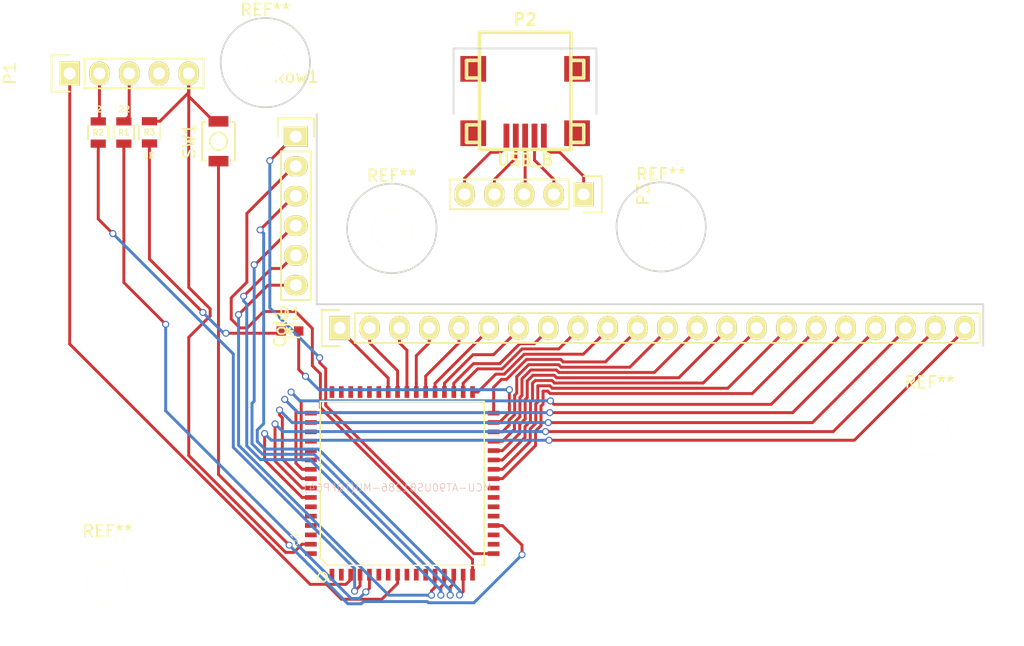
<source format=kicad_pcb>
(kicad_pcb (version 4) (host pcbnew 4.0.2-stable)

  (general
    (links 0)
    (no_connects 36)
    (area 153.403929 37.029796 249.376572 116.335013)
    (thickness 1.6)
    (drawings 9)
    (tracks 395)
    (zones 0)
    (modules 16)
    (nets 43)
  )

  (page A4)
  (layers
    (0 F.Cu signal)
    (31 B.Cu signal)
    (32 B.Adhes user)
    (33 F.Adhes user)
    (34 B.Paste user)
    (35 F.Paste user)
    (36 B.SilkS user)
    (37 F.SilkS user)
    (38 B.Mask user)
    (39 F.Mask user)
    (40 Dwgs.User user)
    (41 Cmts.User user)
    (42 Eco1.User user)
    (43 Eco2.User user)
    (44 Edge.Cuts user)
    (45 Margin user)
    (46 B.CrtYd user)
    (47 F.CrtYd user)
    (48 B.Fab user)
    (49 F.Fab user)
  )

  (setup
    (last_trace_width 0.25)
    (trace_clearance 0.2)
    (zone_clearance 0.508)
    (zone_45_only no)
    (trace_min 0.2)
    (segment_width 0.2)
    (edge_width 0.15)
    (via_size 0.6)
    (via_drill 0.4)
    (via_min_size 0.4)
    (via_min_drill 0.3)
    (uvia_size 0.3)
    (uvia_drill 0.1)
    (uvias_allowed no)
    (uvia_min_size 0.2)
    (uvia_min_drill 0.1)
    (pcb_text_width 0.3)
    (pcb_text_size 1.5 1.5)
    (mod_edge_width 0.15)
    (mod_text_size 1 1)
    (mod_text_width 0.15)
    (pad_size 1.524 1.524)
    (pad_drill 0.762)
    (pad_to_mask_clearance 0.2)
    (aux_axis_origin 0 0)
    (visible_elements 7FFFFFFF)
    (pcbplotparams
      (layerselection 0x00030_80000001)
      (usegerberextensions false)
      (excludeedgelayer true)
      (linewidth 0.100000)
      (plotframeref false)
      (viasonmask false)
      (mode 1)
      (useauxorigin false)
      (hpglpennumber 1)
      (hpglpenspeed 20)
      (hpglpendiameter 15)
      (hpglpenoverlay 2)
      (psnegative false)
      (psa4output false)
      (plotreference true)
      (plotvalue true)
      (plotinvisibletext false)
      (padsonsilk false)
      (subtractmaskfromsilk false)
      (outputformat 1)
      (mirror false)
      (drillshape 1)
      (scaleselection 1)
      (outputdirectory ""))
  )

  (net 0 "")
  (net 1 "Net-(D1-Pad1)")
  (net 2 "Net-(P1-Pad2)")
  (net 3 "Net-(P1-Pad3)")
  (net 4 GNDREF)
  (net 5 "Net-(P2-Pad1)")
  (net 6 "Net-(P2-Pad2)")
  (net 7 "Net-(P2-Pad3)")
  (net 8 "Net-(P2-Pad4)")
  (net 9 "Net-(P2-Pad5)")
  (net 10 "Net-(Col1-Pad1)")
  (net 11 "Net-(Col1-Pad2)")
  (net 12 "Net-(Col1-Pad3)")
  (net 13 "Net-(Col1-Pad4)")
  (net 14 "Net-(Col1-Pad5)")
  (net 15 "Net-(Col1-Pad6)")
  (net 16 "Net-(Col1-Pad7)")
  (net 17 "Net-(Col1-Pad8)")
  (net 18 "Net-(Col1-Pad9)")
  (net 19 "Net-(Col1-Pad10)")
  (net 20 "Net-(Col1-Pad11)")
  (net 21 "Net-(Col1-Pad12)")
  (net 22 "Net-(Col1-Pad13)")
  (net 23 "Net-(Col1-Pad14)")
  (net 24 "Net-(Col1-Pad15)")
  (net 25 "Net-(Col1-Pad16)")
  (net 26 "Net-(Col1-Pad17)")
  (net 27 "Net-(Col1-Pad18)")
  (net 28 "Net-(Col1-Pad19)")
  (net 29 "Net-(Col1-Pad20)")
  (net 30 "Net-(Col1-Pad21)")
  (net 31 "Net-(Col1-Pad22)")
  (net 32 "Net-(D1-Pad2)")
  (net 33 "Net-(P1-Pad1)")
  (net 34 "Net-(R1-Pad1)")
  (net 35 "Net-(R2-Pad1)")
  (net 36 "Net-(Row1-Pad1)")
  (net 37 "Net-(Row1-Pad2)")
  (net 38 "Net-(Row1-Pad3)")
  (net 39 "Net-(Row1-Pad4)")
  (net 40 "Net-(Row1-Pad5)")
  (net 41 "Net-(Row1-Pad6)")
  (net 42 "Net-(SW1-Pad1)")

  (net_class Default "This is the default net class."
    (clearance 0.2)
    (trace_width 0.25)
    (via_dia 0.6)
    (via_drill 0.4)
    (uvia_dia 0.3)
    (uvia_drill 0.1)
    (add_net GNDREF)
    (add_net "Net-(Col1-Pad1)")
    (add_net "Net-(Col1-Pad10)")
    (add_net "Net-(Col1-Pad11)")
    (add_net "Net-(Col1-Pad12)")
    (add_net "Net-(Col1-Pad13)")
    (add_net "Net-(Col1-Pad14)")
    (add_net "Net-(Col1-Pad15)")
    (add_net "Net-(Col1-Pad16)")
    (add_net "Net-(Col1-Pad17)")
    (add_net "Net-(Col1-Pad18)")
    (add_net "Net-(Col1-Pad19)")
    (add_net "Net-(Col1-Pad2)")
    (add_net "Net-(Col1-Pad20)")
    (add_net "Net-(Col1-Pad21)")
    (add_net "Net-(Col1-Pad22)")
    (add_net "Net-(Col1-Pad3)")
    (add_net "Net-(Col1-Pad4)")
    (add_net "Net-(Col1-Pad5)")
    (add_net "Net-(Col1-Pad6)")
    (add_net "Net-(Col1-Pad7)")
    (add_net "Net-(Col1-Pad8)")
    (add_net "Net-(Col1-Pad9)")
    (add_net "Net-(D1-Pad1)")
    (add_net "Net-(D1-Pad2)")
    (add_net "Net-(P1-Pad1)")
    (add_net "Net-(P1-Pad2)")
    (add_net "Net-(P1-Pad3)")
    (add_net "Net-(P2-Pad1)")
    (add_net "Net-(P2-Pad2)")
    (add_net "Net-(P2-Pad3)")
    (add_net "Net-(P2-Pad4)")
    (add_net "Net-(P2-Pad5)")
    (add_net "Net-(R1-Pad1)")
    (add_net "Net-(R2-Pad1)")
    (add_net "Net-(Row1-Pad1)")
    (add_net "Net-(Row1-Pad2)")
    (add_net "Net-(Row1-Pad3)")
    (add_net "Net-(Row1-Pad4)")
    (add_net "Net-(Row1-Pad5)")
    (add_net "Net-(Row1-Pad6)")
    (add_net "Net-(SW1-Pad1)")
  )

  (module Keyboard1:R_0805 (layer F.Cu) (tedit 54F7D03C) (tstamp 57633DFB)
    (at 172.5168 75.758 90)
    (descr "Resistor SMD 0805, reflow soldering, Vishay (see dcrcw.pdf)")
    (tags "resistor 0805")
    (path /57632CE6)
    (attr smd)
    (fp_text reference R1 (at 0 0 180) (layer F.SilkS)
      (effects (font (size 0.5 0.5) (thickness 0.1)))
    )
    (fp_text value 22 (at 1.99 0.05 180) (layer F.SilkS)
      (effects (font (size 0.5 0.5) (thickness 0.1)))
    )
    (fp_line (start -1.6 -1) (end 1.6 -1) (layer F.CrtYd) (width 0.05))
    (fp_line (start -1.6 1) (end 1.6 1) (layer F.CrtYd) (width 0.05))
    (fp_line (start -1.6 -1) (end -1.6 1) (layer F.CrtYd) (width 0.05))
    (fp_line (start 1.6 -1) (end 1.6 1) (layer F.CrtYd) (width 0.05))
    (fp_line (start 0.6 0.875) (end -0.6 0.875) (layer F.SilkS) (width 0.15))
    (fp_line (start -0.6 -0.875) (end 0.6 -0.875) (layer F.SilkS) (width 0.15))
    (pad 1 smd rect (at -0.95 0 90) (size 0.7 1.3) (layers F.Cu F.Paste F.Mask)
      (net 34 "Net-(R1-Pad1)"))
    (pad 2 smd rect (at 0.95 0 90) (size 0.7 1.3) (layers F.Cu F.Paste F.Mask)
      (net 3 "Net-(P1-Pad3)"))
    (model Resistors_SMD/R_0805.wrl
      (at (xyz 0 0 0))
      (scale (xyz 1 1 1))
      (rotate (xyz 0 0 0))
    )
  )

  (module Keyboard1:R_0805 (layer F.Cu) (tedit 54F7D03C) (tstamp 57633E00)
    (at 170.3324 75.758 90)
    (descr "Resistor SMD 0805, reflow soldering, Vishay (see dcrcw.pdf)")
    (tags "resistor 0805")
    (path /57632C87)
    (attr smd)
    (fp_text reference R2 (at 0 0 180) (layer F.SilkS)
      (effects (font (size 0.5 0.5) (thickness 0.1)))
    )
    (fp_text value 2 (at 1.99 0.05 180) (layer F.SilkS)
      (effects (font (size 0.5 0.5) (thickness 0.1)))
    )
    (fp_line (start -1.6 -1) (end 1.6 -1) (layer F.CrtYd) (width 0.05))
    (fp_line (start -1.6 1) (end 1.6 1) (layer F.CrtYd) (width 0.05))
    (fp_line (start -1.6 -1) (end -1.6 1) (layer F.CrtYd) (width 0.05))
    (fp_line (start 1.6 -1) (end 1.6 1) (layer F.CrtYd) (width 0.05))
    (fp_line (start 0.6 0.875) (end -0.6 0.875) (layer F.SilkS) (width 0.15))
    (fp_line (start -0.6 -0.875) (end 0.6 -0.875) (layer F.SilkS) (width 0.15))
    (pad 1 smd rect (at -0.95 0 90) (size 0.7 1.3) (layers F.Cu F.Paste F.Mask)
      (net 35 "Net-(R2-Pad1)"))
    (pad 2 smd rect (at 0.95 0 90) (size 0.7 1.3) (layers F.Cu F.Paste F.Mask)
      (net 2 "Net-(P1-Pad2)"))
    (model Resistors_SMD/R_0805.wrl
      (at (xyz 0 0 0))
      (scale (xyz 1 1 1))
      (rotate (xyz 0 0 0))
    )
  )

  (module Buttons_Switches_SMD:SW_SPST_B3U-1000P-B (layer F.Cu) (tedit 56EAB4DA) (tstamp 576338FE)
    (at 180.594 76.5048 90)
    (descr "Ultra-small-sized Tactile Switch with High Contact Reliability, Top-actuated Model, without Ground Terminal, with Boss")
    (tags "Tactile Switch")
    (path /576334CB)
    (attr smd)
    (fp_text reference SW1 (at 0 -2.5 90) (layer F.SilkS)
      (effects (font (size 1 1) (thickness 0.15)))
    )
    (fp_text value SW_PUSH (at 0 2.5 90) (layer F.Fab)
      (effects (font (size 1 1) (thickness 0.15)))
    )
    (fp_line (start -2.4 1.65) (end 2.4 1.65) (layer F.CrtYd) (width 0.05))
    (fp_line (start 2.4 1.65) (end 2.4 -1.65) (layer F.CrtYd) (width 0.05))
    (fp_line (start 2.4 -1.65) (end -2.4 -1.65) (layer F.CrtYd) (width 0.05))
    (fp_line (start -2.4 -1.65) (end -2.4 1.65) (layer F.CrtYd) (width 0.05))
    (fp_circle (center 0 0) (end 0.75 0) (layer F.SilkS) (width 0.15))
    (fp_line (start -1.65 1.1) (end -1.65 1.4) (layer F.SilkS) (width 0.15))
    (fp_line (start -1.65 1.4) (end 1.65 1.4) (layer F.SilkS) (width 0.15))
    (fp_line (start 1.65 1.4) (end 1.65 1.1) (layer F.SilkS) (width 0.15))
    (fp_line (start -1.65 -1.1) (end -1.65 -1.4) (layer F.SilkS) (width 0.15))
    (fp_line (start -1.65 -1.4) (end 1.65 -1.4) (layer F.SilkS) (width 0.15))
    (fp_line (start 1.65 -1.4) (end 1.65 -1.1) (layer F.SilkS) (width 0.15))
    (fp_line (start -1.5 -1.25) (end 1.5 -1.25) (layer F.Fab) (width 0.15))
    (fp_line (start 1.5 -1.25) (end 1.5 1.25) (layer F.Fab) (width 0.15))
    (fp_line (start 1.5 1.25) (end -1.5 1.25) (layer F.Fab) (width 0.15))
    (fp_line (start -1.5 1.25) (end -1.5 -1.25) (layer F.Fab) (width 0.15))
    (pad 1 smd rect (at -1.7 0 90) (size 0.9 1.7) (layers F.Cu F.Paste F.Mask)
      (net 42 "Net-(SW1-Pad1)"))
    (pad 2 smd rect (at 1.7 0 90) (size 0.9 1.7) (layers F.Cu F.Paste F.Mask)
      (net 4 GNDREF))
    (pad "" np_thru_hole circle (at 0 0 90) (size 0.8 0.8) (drill 0.8) (layers *.Cu *.Mask))
  )

  (module LEDs:LED_0603 (layer F.Cu) (tedit 55BDE255) (tstamp 576338BA)
    (at 186.69 92.71)
    (descr "LED 0603 smd package")
    (tags "LED led 0603 SMD smd SMT smt smdled SMDLED smtled SMTLED")
    (path /576354D7)
    (attr smd)
    (fp_text reference D1 (at 0 -1.5) (layer F.SilkS)
      (effects (font (size 1 1) (thickness 0.15)))
    )
    (fp_text value Led_Small (at 0 1.5) (layer F.Fab)
      (effects (font (size 1 1) (thickness 0.15)))
    )
    (fp_line (start -1.1 0.55) (end 0.8 0.55) (layer F.SilkS) (width 0.15))
    (fp_line (start -1.1 -0.55) (end 0.8 -0.55) (layer F.SilkS) (width 0.15))
    (fp_line (start -0.2 0) (end 0.25 0) (layer F.SilkS) (width 0.15))
    (fp_line (start -0.25 -0.25) (end -0.25 0.25) (layer F.SilkS) (width 0.15))
    (fp_line (start -0.25 0) (end 0 -0.25) (layer F.SilkS) (width 0.15))
    (fp_line (start 0 -0.25) (end 0 0.25) (layer F.SilkS) (width 0.15))
    (fp_line (start 0 0.25) (end -0.25 0) (layer F.SilkS) (width 0.15))
    (fp_line (start 1.4 -0.75) (end 1.4 0.75) (layer F.CrtYd) (width 0.05))
    (fp_line (start 1.4 0.75) (end -1.4 0.75) (layer F.CrtYd) (width 0.05))
    (fp_line (start -1.4 0.75) (end -1.4 -0.75) (layer F.CrtYd) (width 0.05))
    (fp_line (start -1.4 -0.75) (end 1.4 -0.75) (layer F.CrtYd) (width 0.05))
    (pad 2 smd rect (at 0.7493 0 180) (size 0.79756 0.79756) (layers F.Cu F.Paste F.Mask)
      (net 32 "Net-(D1-Pad2)"))
    (pad 1 smd rect (at -0.7493 0 180) (size 0.79756 0.79756) (layers F.Cu F.Paste F.Mask)
      (net 1 "Net-(D1-Pad1)"))
    (model LEDs.3dshapes/LED_0603.wrl
      (at (xyz 0 0 0))
      (scale (xyz 1 1 1))
      (rotate (xyz 0 0 180))
    )
  )

  (module Keyboard1:R_0805 (layer F.Cu) (tedit 54F7D03C) (tstamp 57633E05)
    (at 174.7012 75.7428 270)
    (descr "Resistor SMD 0805, reflow soldering, Vishay (see dcrcw.pdf)")
    (tags "resistor 0805")
    (path /57635826)
    (attr smd)
    (fp_text reference R3 (at 0 0 360) (layer F.SilkS)
      (effects (font (size 0.5 0.5) (thickness 0.1)))
    )
    (fp_text value 1K (at 1.99 0.05 360) (layer F.SilkS)
      (effects (font (size 0.5 0.5) (thickness 0.1)))
    )
    (fp_line (start -1.6 -1) (end 1.6 -1) (layer F.CrtYd) (width 0.05))
    (fp_line (start -1.6 1) (end 1.6 1) (layer F.CrtYd) (width 0.05))
    (fp_line (start -1.6 -1) (end -1.6 1) (layer F.CrtYd) (width 0.05))
    (fp_line (start 1.6 -1) (end 1.6 1) (layer F.CrtYd) (width 0.05))
    (fp_line (start 0.6 0.875) (end -0.6 0.875) (layer F.SilkS) (width 0.15))
    (fp_line (start -0.6 -0.875) (end 0.6 -0.875) (layer F.SilkS) (width 0.15))
    (pad 1 smd rect (at -0.95 0 270) (size 0.7 1.3) (layers F.Cu F.Paste F.Mask)
      (net 4 GNDREF))
    (pad 2 smd rect (at 0.95 0 270) (size 0.7 1.3) (layers F.Cu F.Paste F.Mask)
      (net 1 "Net-(D1-Pad1)"))
    (model Resistors_SMD/R_0805.wrl
      (at (xyz 0 0 0))
      (scale (xyz 1 1 1))
      (rotate (xyz 0 0 0))
    )
  )

  (module Pin_Headers:Pin_Header_Straight_1x05 (layer F.Cu) (tedit 54EA0684) (tstamp 576338DB)
    (at 211.7598 81.0387 270)
    (descr "Through hole pin header")
    (tags "pin header")
    (path /57632279)
    (fp_text reference P3 (at 0 -5.1 270) (layer F.SilkS)
      (effects (font (size 1 1) (thickness 0.15)))
    )
    (fp_text value CONN_01X05 (at 0 -3.1 270) (layer F.Fab)
      (effects (font (size 1 1) (thickness 0.15)))
    )
    (fp_line (start -1.55 0) (end -1.55 -1.55) (layer F.SilkS) (width 0.15))
    (fp_line (start -1.55 -1.55) (end 1.55 -1.55) (layer F.SilkS) (width 0.15))
    (fp_line (start 1.55 -1.55) (end 1.55 0) (layer F.SilkS) (width 0.15))
    (fp_line (start -1.75 -1.75) (end -1.75 11.95) (layer F.CrtYd) (width 0.05))
    (fp_line (start 1.75 -1.75) (end 1.75 11.95) (layer F.CrtYd) (width 0.05))
    (fp_line (start -1.75 -1.75) (end 1.75 -1.75) (layer F.CrtYd) (width 0.05))
    (fp_line (start -1.75 11.95) (end 1.75 11.95) (layer F.CrtYd) (width 0.05))
    (fp_line (start 1.27 1.27) (end 1.27 11.43) (layer F.SilkS) (width 0.15))
    (fp_line (start 1.27 11.43) (end -1.27 11.43) (layer F.SilkS) (width 0.15))
    (fp_line (start -1.27 11.43) (end -1.27 1.27) (layer F.SilkS) (width 0.15))
    (fp_line (start 1.27 1.27) (end -1.27 1.27) (layer F.SilkS) (width 0.15))
    (pad 1 thru_hole rect (at 0 0 270) (size 2.032 1.7272) (drill 1.016) (layers *.Cu *.Mask F.SilkS)
      (net 5 "Net-(P2-Pad1)"))
    (pad 2 thru_hole oval (at 0 2.54 270) (size 2.032 1.7272) (drill 1.016) (layers *.Cu *.Mask F.SilkS)
      (net 6 "Net-(P2-Pad2)"))
    (pad 3 thru_hole oval (at 0 5.08 270) (size 2.032 1.7272) (drill 1.016) (layers *.Cu *.Mask F.SilkS)
      (net 7 "Net-(P2-Pad3)"))
    (pad 4 thru_hole oval (at 0 7.62 270) (size 2.032 1.7272) (drill 1.016) (layers *.Cu *.Mask F.SilkS)
      (net 8 "Net-(P2-Pad4)"))
    (pad 5 thru_hole oval (at 0 10.16 270) (size 2.032 1.7272) (drill 1.016) (layers *.Cu *.Mask F.SilkS)
      (net 9 "Net-(P2-Pad5)"))
    (model Pin_Headers.3dshapes/Pin_Header_Straight_1x05.wrl
      (at (xyz 0 -0.2 0))
      (scale (xyz 1 1 1))
      (rotate (xyz 0 0 90))
    )
  )

  (module Pin_Headers:Pin_Header_Straight_1x22 (layer F.Cu) (tedit 0) (tstamp 576338B4)
    (at 190.9572 92.456 90)
    (descr "Through hole pin header")
    (tags "pin header")
    (path /57633CCE)
    (fp_text reference Col1 (at 0 -5.1 90) (layer F.SilkS)
      (effects (font (size 1 1) (thickness 0.15)))
    )
    (fp_text value Col (at 0 -3.1 90) (layer F.Fab)
      (effects (font (size 1 1) (thickness 0.15)))
    )
    (fp_line (start -1.75 -1.75) (end -1.75 55.1) (layer F.CrtYd) (width 0.05))
    (fp_line (start 1.75 -1.75) (end 1.75 55.1) (layer F.CrtYd) (width 0.05))
    (fp_line (start -1.75 -1.75) (end 1.75 -1.75) (layer F.CrtYd) (width 0.05))
    (fp_line (start -1.75 55.1) (end 1.75 55.1) (layer F.CrtYd) (width 0.05))
    (fp_line (start -1.27 1.27) (end -1.27 54.61) (layer F.SilkS) (width 0.15))
    (fp_line (start -1.27 54.61) (end 1.27 54.61) (layer F.SilkS) (width 0.15))
    (fp_line (start 1.27 54.61) (end 1.27 1.27) (layer F.SilkS) (width 0.15))
    (fp_line (start 1.55 -1.55) (end 1.55 0) (layer F.SilkS) (width 0.15))
    (fp_line (start 1.27 1.27) (end -1.27 1.27) (layer F.SilkS) (width 0.15))
    (fp_line (start -1.55 0) (end -1.55 -1.55) (layer F.SilkS) (width 0.15))
    (fp_line (start -1.55 -1.55) (end 1.55 -1.55) (layer F.SilkS) (width 0.15))
    (pad 1 thru_hole rect (at 0 0 90) (size 2.032 1.7272) (drill 1.016) (layers *.Cu *.Mask F.SilkS)
      (net 10 "Net-(Col1-Pad1)"))
    (pad 2 thru_hole oval (at 0 2.54 90) (size 2.032 1.7272) (drill 1.016) (layers *.Cu *.Mask F.SilkS)
      (net 11 "Net-(Col1-Pad2)"))
    (pad 3 thru_hole oval (at 0 5.08 90) (size 2.032 1.7272) (drill 1.016) (layers *.Cu *.Mask F.SilkS)
      (net 12 "Net-(Col1-Pad3)"))
    (pad 4 thru_hole oval (at 0 7.62 90) (size 2.032 1.7272) (drill 1.016) (layers *.Cu *.Mask F.SilkS)
      (net 13 "Net-(Col1-Pad4)"))
    (pad 5 thru_hole oval (at 0 10.16 90) (size 2.032 1.7272) (drill 1.016) (layers *.Cu *.Mask F.SilkS)
      (net 14 "Net-(Col1-Pad5)"))
    (pad 6 thru_hole oval (at 0 12.7 90) (size 2.032 1.7272) (drill 1.016) (layers *.Cu *.Mask F.SilkS)
      (net 15 "Net-(Col1-Pad6)"))
    (pad 7 thru_hole oval (at 0 15.24 90) (size 2.032 1.7272) (drill 1.016) (layers *.Cu *.Mask F.SilkS)
      (net 16 "Net-(Col1-Pad7)"))
    (pad 8 thru_hole oval (at 0 17.78 90) (size 2.032 1.7272) (drill 1.016) (layers *.Cu *.Mask F.SilkS)
      (net 17 "Net-(Col1-Pad8)"))
    (pad 9 thru_hole oval (at 0 20.32 90) (size 2.032 1.7272) (drill 1.016) (layers *.Cu *.Mask F.SilkS)
      (net 18 "Net-(Col1-Pad9)"))
    (pad 10 thru_hole oval (at 0 22.86 90) (size 2.032 1.7272) (drill 1.016) (layers *.Cu *.Mask F.SilkS)
      (net 19 "Net-(Col1-Pad10)"))
    (pad 11 thru_hole oval (at 0 25.4 90) (size 2.032 1.7272) (drill 1.016) (layers *.Cu *.Mask F.SilkS)
      (net 20 "Net-(Col1-Pad11)"))
    (pad 12 thru_hole oval (at 0 27.94 90) (size 2.032 1.7272) (drill 1.016) (layers *.Cu *.Mask F.SilkS)
      (net 21 "Net-(Col1-Pad12)"))
    (pad 13 thru_hole oval (at 0 30.48 90) (size 2.032 1.7272) (drill 1.016) (layers *.Cu *.Mask F.SilkS)
      (net 22 "Net-(Col1-Pad13)"))
    (pad 14 thru_hole oval (at 0 33.02 90) (size 2.032 1.7272) (drill 1.016) (layers *.Cu *.Mask F.SilkS)
      (net 23 "Net-(Col1-Pad14)"))
    (pad 15 thru_hole oval (at 0 35.56 90) (size 2.032 1.7272) (drill 1.016) (layers *.Cu *.Mask F.SilkS)
      (net 24 "Net-(Col1-Pad15)"))
    (pad 16 thru_hole oval (at 0 38.1 90) (size 2.032 1.7272) (drill 1.016) (layers *.Cu *.Mask F.SilkS)
      (net 25 "Net-(Col1-Pad16)"))
    (pad 17 thru_hole oval (at 0 40.64 90) (size 2.032 1.7272) (drill 1.016) (layers *.Cu *.Mask F.SilkS)
      (net 26 "Net-(Col1-Pad17)"))
    (pad 18 thru_hole oval (at 0 43.18 90) (size 2.032 1.7272) (drill 1.016) (layers *.Cu *.Mask F.SilkS)
      (net 27 "Net-(Col1-Pad18)"))
    (pad 19 thru_hole oval (at 0 45.72 90) (size 2.032 1.7272) (drill 1.016) (layers *.Cu *.Mask F.SilkS)
      (net 28 "Net-(Col1-Pad19)"))
    (pad 20 thru_hole oval (at 0 48.26 90) (size 2.032 1.7272) (drill 1.016) (layers *.Cu *.Mask F.SilkS)
      (net 29 "Net-(Col1-Pad20)"))
    (pad 21 thru_hole oval (at 0 50.8 90) (size 2.032 1.7272) (drill 1.016) (layers *.Cu *.Mask F.SilkS)
      (net 30 "Net-(Col1-Pad21)"))
    (pad 22 thru_hole oval (at 0 53.34 90) (size 2.032 1.7272) (drill 1.016) (layers *.Cu *.Mask F.SilkS)
      (net 31 "Net-(Col1-Pad22)"))
    (model Pin_Headers.3dshapes/Pin_Header_Straight_1x22.wrl
      (at (xyz 0 -1.05 0))
      (scale (xyz 1 1 1))
      (rotate (xyz 0 0 90))
    )
  )

  (module Pin_Headers:Pin_Header_Straight_1x05 (layer F.Cu) (tedit 54EA0684) (tstamp 576338C3)
    (at 167.894 70.7136 90)
    (descr "Through hole pin header")
    (tags "pin header")
    (path /57632A1D)
    (fp_text reference P1 (at 0 -5.1 90) (layer F.SilkS)
      (effects (font (size 1 1) (thickness 0.15)))
    )
    (fp_text value CONN_01X05 (at 0 -3.1 90) (layer F.Fab)
      (effects (font (size 1 1) (thickness 0.15)))
    )
    (fp_line (start -1.55 0) (end -1.55 -1.55) (layer F.SilkS) (width 0.15))
    (fp_line (start -1.55 -1.55) (end 1.55 -1.55) (layer F.SilkS) (width 0.15))
    (fp_line (start 1.55 -1.55) (end 1.55 0) (layer F.SilkS) (width 0.15))
    (fp_line (start -1.75 -1.75) (end -1.75 11.95) (layer F.CrtYd) (width 0.05))
    (fp_line (start 1.75 -1.75) (end 1.75 11.95) (layer F.CrtYd) (width 0.05))
    (fp_line (start -1.75 -1.75) (end 1.75 -1.75) (layer F.CrtYd) (width 0.05))
    (fp_line (start -1.75 11.95) (end 1.75 11.95) (layer F.CrtYd) (width 0.05))
    (fp_line (start 1.27 1.27) (end 1.27 11.43) (layer F.SilkS) (width 0.15))
    (fp_line (start 1.27 11.43) (end -1.27 11.43) (layer F.SilkS) (width 0.15))
    (fp_line (start -1.27 11.43) (end -1.27 1.27) (layer F.SilkS) (width 0.15))
    (fp_line (start 1.27 1.27) (end -1.27 1.27) (layer F.SilkS) (width 0.15))
    (pad 1 thru_hole rect (at 0 0 90) (size 2.032 1.7272) (drill 1.016) (layers *.Cu *.Mask F.SilkS)
      (net 33 "Net-(P1-Pad1)"))
    (pad 2 thru_hole oval (at 0 2.54 90) (size 2.032 1.7272) (drill 1.016) (layers *.Cu *.Mask F.SilkS)
      (net 2 "Net-(P1-Pad2)"))
    (pad 3 thru_hole oval (at 0 5.08 90) (size 2.032 1.7272) (drill 1.016) (layers *.Cu *.Mask F.SilkS)
      (net 3 "Net-(P1-Pad3)"))
    (pad 4 thru_hole oval (at 0 7.62 90) (size 2.032 1.7272) (drill 1.016) (layers *.Cu *.Mask F.SilkS))
    (pad 5 thru_hole oval (at 0 10.16 90) (size 2.032 1.7272) (drill 1.016) (layers *.Cu *.Mask F.SilkS)
      (net 4 GNDREF))
    (model Pin_Headers.3dshapes/Pin_Header_Straight_1x05.wrl
      (at (xyz 0 -0.2 0))
      (scale (xyz 1 1 1))
      (rotate (xyz 0 0 90))
    )
  )

  (module w_conn_pc:conn_usb_B_mini_smd (layer F.Cu) (tedit 50432EF1) (tstamp 576338D2)
    (at 206.7687 72.1995 180)
    (descr "USB B mini SMD connector")
    (path /5763218C)
    (fp_text reference P2 (at 0 6.10108 180) (layer F.SilkS)
      (effects (font (size 0.99822 0.99822) (thickness 0.19558)))
    )
    (fp_text value USB_B (at 0 -5.90042 180) (layer F.SilkS)
      (effects (font (size 0.99822 0.99822) (thickness 0.19812)))
    )
    (fp_line (start -3.8989 -4.40436) (end -5.00126 -4.40436) (layer F.SilkS) (width 0.3048))
    (fp_line (start -5.00126 -4.40436) (end -5.00126 -2.90322) (layer F.SilkS) (width 0.3048))
    (fp_line (start -5.00126 -2.90322) (end -3.8989 -2.90322) (layer F.SilkS) (width 0.3048))
    (fp_line (start 5.00126 -2.90068) (end 3.8989 -2.90068) (layer F.SilkS) (width 0.3048))
    (fp_line (start 5.00126 -4.40182) (end 5.00126 -2.90068) (layer F.SilkS) (width 0.3048))
    (fp_line (start 3.8989 -4.40182) (end 5.00126 -4.40182) (layer F.SilkS) (width 0.3048))
    (fp_line (start 3.8989 1.09982) (end 5.00126 1.09982) (layer F.SilkS) (width 0.3048))
    (fp_line (start 5.00126 1.09982) (end 5.00126 2.60096) (layer F.SilkS) (width 0.3048))
    (fp_line (start 5.00126 2.60096) (end 3.8989 2.60096) (layer F.SilkS) (width 0.3048))
    (fp_line (start -3.8989 1.09982) (end -5.00126 1.09982) (layer F.SilkS) (width 0.3048))
    (fp_line (start -5.00126 1.09982) (end -5.00126 2.60096) (layer F.SilkS) (width 0.3048))
    (fp_line (start -5.00126 2.60096) (end -3.8989 2.60096) (layer F.SilkS) (width 0.3048))
    (fp_line (start -3.8989 5.00126) (end 3.8989 5.00126) (layer F.SilkS) (width 0.3048))
    (fp_line (start 3.8989 5.00126) (end 3.8989 -5.00126) (layer F.SilkS) (width 0.3048))
    (fp_line (start 3.8989 -5.00126) (end -3.8989 -5.00126) (layer F.SilkS) (width 0.3048))
    (fp_line (start -3.8989 -5.00126) (end -3.8989 5.00126) (layer F.SilkS) (width 0.3048))
    (pad "" smd rect (at 4.42976 -3.6195 180) (size 2.1971 2.1971) (layers F.Cu F.Paste F.Mask))
    (pad 1 smd rect (at -1.59766 -3.8989 180) (size 0.49784 2.1971) (layers F.Cu F.Paste F.Mask)
      (net 5 "Net-(P2-Pad1)"))
    (pad 2 smd rect (at -0.79756 -3.8989 180) (size 0.49784 2.1971) (layers F.Cu F.Paste F.Mask)
      (net 6 "Net-(P2-Pad2)"))
    (pad 3 smd rect (at 0 -3.8989 180) (size 0.49784 2.1971) (layers F.Cu F.Paste F.Mask)
      (net 7 "Net-(P2-Pad3)"))
    (pad 4 smd rect (at 0.79756 -3.8989 180) (size 0.49784 2.1971) (layers F.Cu F.Paste F.Mask)
      (net 8 "Net-(P2-Pad4)"))
    (pad 5 smd rect (at 1.59766 -3.8989 180) (size 0.49784 2.1971) (layers F.Cu F.Paste F.Mask)
      (net 9 "Net-(P2-Pad5)"))
    (pad "" np_thru_hole circle (at -2.1971 -1.3716 180) (size 0.89916 0.89916) (drill 0.89916) (layers *.Cu *.Mask F.SilkS))
    (pad "" np_thru_hole circle (at 2.19964 -1.3716 180) (size 0.89916 0.89916) (drill 0.89916) (layers *.Cu *.Mask F.SilkS))
    (pad "" smd rect (at -4.42976 -3.6195 180) (size 2.1971 2.1971) (layers F.Cu F.Paste F.Mask))
    (pad "" smd rect (at -4.42976 1.8796 180) (size 2.1971 2.1971) (layers F.Cu F.Paste F.Mask))
    (pad "" smd rect (at 4.42976 1.8796 180) (size 2.1971 2.1971) (layers F.Cu F.Paste F.Mask))
    (model walter/conn_pc/usb_B_mini_smd.wrl
      (at (xyz 0 0 0))
      (scale (xyz 1 1 1))
      (rotate (xyz 0 0 0))
    )
  )

  (module Pin_Headers:Pin_Header_Straight_1x06 (layer F.Cu) (tedit 0) (tstamp 576338F7)
    (at 187.198 76.0984)
    (descr "Through hole pin header")
    (tags "pin header")
    (path /57633D3D)
    (fp_text reference Row1 (at 0 -5.1) (layer F.SilkS)
      (effects (font (size 1 1) (thickness 0.15)))
    )
    (fp_text value Row (at 0 -3.1) (layer F.Fab)
      (effects (font (size 1 1) (thickness 0.15)))
    )
    (fp_line (start -1.75 -1.75) (end -1.75 14.45) (layer F.CrtYd) (width 0.05))
    (fp_line (start 1.75 -1.75) (end 1.75 14.45) (layer F.CrtYd) (width 0.05))
    (fp_line (start -1.75 -1.75) (end 1.75 -1.75) (layer F.CrtYd) (width 0.05))
    (fp_line (start -1.75 14.45) (end 1.75 14.45) (layer F.CrtYd) (width 0.05))
    (fp_line (start 1.27 1.27) (end 1.27 13.97) (layer F.SilkS) (width 0.15))
    (fp_line (start 1.27 13.97) (end -1.27 13.97) (layer F.SilkS) (width 0.15))
    (fp_line (start -1.27 13.97) (end -1.27 1.27) (layer F.SilkS) (width 0.15))
    (fp_line (start 1.55 -1.55) (end 1.55 0) (layer F.SilkS) (width 0.15))
    (fp_line (start 1.27 1.27) (end -1.27 1.27) (layer F.SilkS) (width 0.15))
    (fp_line (start -1.55 0) (end -1.55 -1.55) (layer F.SilkS) (width 0.15))
    (fp_line (start -1.55 -1.55) (end 1.55 -1.55) (layer F.SilkS) (width 0.15))
    (pad 1 thru_hole rect (at 0 0) (size 2.032 1.7272) (drill 1.016) (layers *.Cu *.Mask F.SilkS)
      (net 36 "Net-(Row1-Pad1)"))
    (pad 2 thru_hole oval (at 0 2.54) (size 2.032 1.7272) (drill 1.016) (layers *.Cu *.Mask F.SilkS)
      (net 37 "Net-(Row1-Pad2)"))
    (pad 3 thru_hole oval (at 0 5.08) (size 2.032 1.7272) (drill 1.016) (layers *.Cu *.Mask F.SilkS)
      (net 38 "Net-(Row1-Pad3)"))
    (pad 4 thru_hole oval (at 0 7.62) (size 2.032 1.7272) (drill 1.016) (layers *.Cu *.Mask F.SilkS)
      (net 39 "Net-(Row1-Pad4)"))
    (pad 5 thru_hole oval (at 0 10.16) (size 2.032 1.7272) (drill 1.016) (layers *.Cu *.Mask F.SilkS)
      (net 40 "Net-(Row1-Pad5)"))
    (pad 6 thru_hole oval (at 0 12.7) (size 2.032 1.7272) (drill 1.016) (layers *.Cu *.Mask F.SilkS)
      (net 41 "Net-(Row1-Pad6)"))
    (model Pin_Headers.3dshapes/Pin_Header_Straight_1x06.wrl
      (at (xyz 0 -0.25 0))
      (scale (xyz 1 1 1))
      (rotate (xyz 0 0 90))
    )
  )

  (module MCU-AT90USB1286-MU_TQFP64_:TQFP64-0.8-14X14MM (layer F.Cu) (tedit 0) (tstamp 57633A26)
    (at 196.2785 105.7275 90)
    (path /5763291A)
    (solder_mask_margin 0.1)
    (attr smd)
    (fp_text reference U1 (at -4.7744 -9.2064 90) (layer F.SilkS)
      (effects (font (size 0.64 0.64) (thickness 0.05)))
    )
    (fp_text value "MCU-AT90USB1286-MU(TQFP64)" (at -0.368 -0.4064 180) (layer B.SilkS)
      (effects (font (size 0.64 0.64) (thickness 0.05)) (justify mirror))
    )
    (fp_line (start 7 -7) (end 7 7) (layer F.SilkS) (width 0.127))
    (fp_line (start 7 7) (end -7 7) (layer F.SilkS) (width 0.127))
    (fp_line (start -7 7) (end -7 -6.36755) (layer F.SilkS) (width 0.127))
    (fp_line (start -7 -6.36755) (end -6.36755 -7) (layer F.SilkS) (width 0.127))
    (fp_line (start -6.36755 -7) (end 7 -7) (layer F.SilkS) (width 0.127))
    (fp_circle (center -8 -6.8) (end -7.6 -6.8) (layer F.SilkS) (width 0.127))
    (fp_poly (pts (xy -7.2 -7.2) (xy 7.2 -7.2) (xy 7.2 7.2) (xy -7.2 7.2)) (layer Dwgs.User) (width 0.381))
    (pad 1 smd rect (at -7.8 -6 90) (size 1 0.4) (layers F.Cu F.Paste F.Mask)
      (solder_mask_margin 0.2))
    (pad 2 smd rect (at -7.8 -5.2 90) (size 1 0.4) (layers F.Cu F.Paste F.Mask)
      (solder_mask_margin 0.2))
    (pad 3 smd rect (at -7.8 -4.4 90) (size 1 0.4) (layers F.Cu F.Paste F.Mask)
      (net 33 "Net-(P1-Pad1)") (solder_mask_margin 0.2))
    (pad 4 smd rect (at -7.8 -3.6 90) (size 1 0.4) (layers F.Cu F.Paste F.Mask)
      (net 35 "Net-(R2-Pad1)") (solder_mask_margin 0.2))
    (pad 5 smd rect (at -7.8 -2.8 90) (size 1 0.4) (layers F.Cu F.Paste F.Mask)
      (net 34 "Net-(R1-Pad1)") (solder_mask_margin 0.2))
    (pad 6 smd rect (at -7.8 -2 90) (size 1 0.4) (layers F.Cu F.Paste F.Mask)
      (net 4 GNDREF) (solder_mask_margin 0.2))
    (pad 7 smd rect (at -7.8 -1.2 90) (size 1 0.4) (layers F.Cu F.Paste F.Mask)
      (solder_mask_margin 0.2))
    (pad 8 smd rect (at -7.8 -0.4 90) (size 1 0.4) (layers F.Cu F.Paste F.Mask)
      (net 33 "Net-(P1-Pad1)") (solder_mask_margin 0.2))
    (pad 9 smd rect (at -7.8 0.4 90) (size 1 0.4) (layers F.Cu F.Paste F.Mask)
      (solder_mask_margin 0.2))
    (pad 10 smd rect (at -7.8 1.2 90) (size 1 0.4) (layers F.Cu F.Paste F.Mask)
      (solder_mask_margin 0.2))
    (pad 11 smd rect (at -7.8 2 90) (size 1 0.4) (layers F.Cu F.Paste F.Mask)
      (solder_mask_margin 0.2))
    (pad 12 smd rect (at -7.8 2.8 90) (size 1 0.4) (layers F.Cu F.Paste F.Mask)
      (net 41 "Net-(Row1-Pad6)") (solder_mask_margin 0.2))
    (pad 13 smd rect (at -7.8 3.6 90) (size 1 0.4) (layers F.Cu F.Paste F.Mask)
      (net 40 "Net-(Row1-Pad5)") (solder_mask_margin 0.2))
    (pad 14 smd rect (at -7.8 4.4 90) (size 1 0.4) (layers F.Cu F.Paste F.Mask)
      (net 39 "Net-(Row1-Pad4)") (solder_mask_margin 0.2))
    (pad 15 smd rect (at -7.8 5.2 90) (size 1 0.4) (layers F.Cu F.Paste F.Mask)
      (net 38 "Net-(Row1-Pad3)") (solder_mask_margin 0.2))
    (pad 16 smd rect (at -7.8 6 90) (size 1 0.4) (layers F.Cu F.Paste F.Mask)
      (net 37 "Net-(Row1-Pad2)") (solder_mask_margin 0.2))
    (pad 17 smd rect (at -6 7.8 180) (size 1 0.4) (layers F.Cu F.Paste F.Mask)
      (net 36 "Net-(Row1-Pad1)") (solder_mask_margin 0.2))
    (pad 18 smd rect (at -5.2 7.8 180) (size 1 0.4) (layers F.Cu F.Paste F.Mask)
      (solder_mask_margin 0.2))
    (pad 19 smd rect (at -4.4 7.8 180) (size 1 0.4) (layers F.Cu F.Paste F.Mask)
      (solder_mask_margin 0.2))
    (pad 20 smd rect (at -3.6 7.8 180) (size 1 0.4) (layers F.Cu F.Paste F.Mask)
      (net 42 "Net-(SW1-Pad1)") (solder_mask_margin 0.2))
    (pad 21 smd rect (at -2.8 7.8 180) (size 1 0.4) (layers F.Cu F.Paste F.Mask)
      (solder_mask_margin 0.2))
    (pad 22 smd rect (at -2 7.8 180) (size 1 0.4) (layers F.Cu F.Paste F.Mask)
      (net 4 GNDREF) (solder_mask_margin 0.2))
    (pad 23 smd rect (at -1.2 7.8 180) (size 1 0.4) (layers F.Cu F.Paste F.Mask)
      (solder_mask_margin 0.2))
    (pad 24 smd rect (at -0.4 7.8 180) (size 1 0.4) (layers F.Cu F.Paste F.Mask)
      (solder_mask_margin 0.2))
    (pad 25 smd rect (at 0.4 7.8 180) (size 1 0.4) (layers F.Cu F.Paste F.Mask)
      (net 26 "Net-(Col1-Pad17)") (solder_mask_margin 0.2))
    (pad 26 smd rect (at 1.2 7.8 180) (size 1 0.4) (layers F.Cu F.Paste F.Mask)
      (net 25 "Net-(Col1-Pad16)") (solder_mask_margin 0.2))
    (pad 27 smd rect (at 2 7.8 180) (size 1 0.4) (layers F.Cu F.Paste F.Mask)
      (net 24 "Net-(Col1-Pad15)") (solder_mask_margin 0.2))
    (pad 28 smd rect (at 2.8 7.8 180) (size 1 0.4) (layers F.Cu F.Paste F.Mask)
      (net 23 "Net-(Col1-Pad14)") (solder_mask_margin 0.2))
    (pad 29 smd rect (at 3.6 7.8 180) (size 1 0.4) (layers F.Cu F.Paste F.Mask)
      (net 22 "Net-(Col1-Pad13)") (solder_mask_margin 0.2))
    (pad 30 smd rect (at 4.4 7.8 180) (size 1 0.4) (layers F.Cu F.Paste F.Mask)
      (net 21 "Net-(Col1-Pad12)") (solder_mask_margin 0.2))
    (pad 31 smd rect (at 5.2 7.8 180) (size 1 0.4) (layers F.Cu F.Paste F.Mask)
      (net 32 "Net-(D1-Pad2)") (solder_mask_margin 0.2))
    (pad 32 smd rect (at 6 7.8 180) (size 1 0.4) (layers F.Cu F.Paste F.Mask)
      (net 20 "Net-(Col1-Pad11)") (solder_mask_margin 0.2))
    (pad 33 smd rect (at 7.8 6 270) (size 1 0.4) (layers F.Cu F.Paste F.Mask)
      (net 19 "Net-(Col1-Pad10)") (solder_mask_margin 0.2))
    (pad 34 smd rect (at 7.8 5.2 270) (size 1 0.4) (layers F.Cu F.Paste F.Mask)
      (net 18 "Net-(Col1-Pad9)") (solder_mask_margin 0.2))
    (pad 35 smd rect (at 7.8 4.4 270) (size 1 0.4) (layers F.Cu F.Paste F.Mask)
      (net 17 "Net-(Col1-Pad8)") (solder_mask_margin 0.2))
    (pad 36 smd rect (at 7.8 3.6 270) (size 1 0.4) (layers F.Cu F.Paste F.Mask)
      (net 16 "Net-(Col1-Pad7)") (solder_mask_margin 0.2))
    (pad 37 smd rect (at 7.8 2.8 270) (size 1 0.4) (layers F.Cu F.Paste F.Mask)
      (net 15 "Net-(Col1-Pad6)") (solder_mask_margin 0.2))
    (pad 38 smd rect (at 7.8 2 270) (size 1 0.4) (layers F.Cu F.Paste F.Mask)
      (net 14 "Net-(Col1-Pad5)") (solder_mask_margin 0.2))
    (pad 39 smd rect (at 7.8 1.2 270) (size 1 0.4) (layers F.Cu F.Paste F.Mask)
      (net 13 "Net-(Col1-Pad4)") (solder_mask_margin 0.2))
    (pad 40 smd rect (at 7.8 0.4 270) (size 1 0.4) (layers F.Cu F.Paste F.Mask)
      (net 12 "Net-(Col1-Pad3)") (solder_mask_margin 0.2))
    (pad 41 smd rect (at 7.8 -0.4 270) (size 1 0.4) (layers F.Cu F.Paste F.Mask)
      (net 11 "Net-(Col1-Pad2)") (solder_mask_margin 0.2))
    (pad 42 smd rect (at 7.8 -1.2 270) (size 1 0.4) (layers F.Cu F.Paste F.Mask)
      (net 10 "Net-(Col1-Pad1)") (solder_mask_margin 0.2))
    (pad 43 smd rect (at 7.8 -2 270) (size 1 0.4) (layers F.Cu F.Paste F.Mask)
      (solder_mask_margin 0.2))
    (pad 44 smd rect (at 7.8 -2.8 270) (size 1 0.4) (layers F.Cu F.Paste F.Mask)
      (solder_mask_margin 0.2))
    (pad 45 smd rect (at 7.8 -3.6 270) (size 1 0.4) (layers F.Cu F.Paste F.Mask)
      (solder_mask_margin 0.2))
    (pad 46 smd rect (at 7.8 -4.4 270) (size 1 0.4) (layers F.Cu F.Paste F.Mask)
      (solder_mask_margin 0.2))
    (pad 47 smd rect (at 7.8 -5.2 270) (size 1 0.4) (layers F.Cu F.Paste F.Mask)
      (solder_mask_margin 0.2))
    (pad 48 smd rect (at 7.8 -6 270) (size 1 0.4) (layers F.Cu F.Paste F.Mask)
      (solder_mask_margin 0.2))
    (pad 49 smd rect (at 6 -7.8) (size 1 0.4) (layers F.Cu F.Paste F.Mask)
      (solder_mask_margin 0.2))
    (pad 50 smd rect (at 5.2 -7.8) (size 1 0.4) (layers F.Cu F.Paste F.Mask)
      (solder_mask_margin 0.2))
    (pad 51 smd rect (at 4.4 -7.8) (size 1 0.4) (layers F.Cu F.Paste F.Mask)
      (solder_mask_margin 0.2))
    (pad 52 smd rect (at 3.6 -7.8) (size 1 0.4) (layers F.Cu F.Paste F.Mask)
      (solder_mask_margin 0.2))
    (pad 53 smd rect (at 2.8 -7.8) (size 1 0.4) (layers F.Cu F.Paste F.Mask)
      (net 4 GNDREF) (solder_mask_margin 0.2))
    (pad 54 smd rect (at 2 -7.8) (size 1 0.4) (layers F.Cu F.Paste F.Mask)
      (net 27 "Net-(Col1-Pad18)") (solder_mask_margin 0.2))
    (pad 55 smd rect (at 1.2 -7.8) (size 1 0.4) (layers F.Cu F.Paste F.Mask)
      (net 28 "Net-(Col1-Pad19)") (solder_mask_margin 0.2))
    (pad 56 smd rect (at 0.4 -7.8) (size 1 0.4) (layers F.Cu F.Paste F.Mask)
      (net 29 "Net-(Col1-Pad20)") (solder_mask_margin 0.2))
    (pad 57 smd rect (at -0.4 -7.8) (size 1 0.4) (layers F.Cu F.Paste F.Mask)
      (net 30 "Net-(Col1-Pad21)") (solder_mask_margin 0.2))
    (pad 58 smd rect (at -1.2 -7.8) (size 1 0.4) (layers F.Cu F.Paste F.Mask)
      (net 31 "Net-(Col1-Pad22)") (solder_mask_margin 0.2))
    (pad 59 smd rect (at -2 -7.8) (size 1 0.4) (layers F.Cu F.Paste F.Mask)
      (solder_mask_margin 0.2))
    (pad 60 smd rect (at -2.8 -7.8) (size 1 0.4) (layers F.Cu F.Paste F.Mask)
      (solder_mask_margin 0.2))
    (pad 61 smd rect (at -3.6 -7.8) (size 1 0.4) (layers F.Cu F.Paste F.Mask)
      (solder_mask_margin 0.2))
    (pad 62 smd rect (at -4.4 -7.8) (size 1 0.4) (layers F.Cu F.Paste F.Mask)
      (solder_mask_margin 0.2))
    (pad 63 smd rect (at -5.2 -7.8) (size 1 0.4) (layers F.Cu F.Paste F.Mask)
      (net 4 GNDREF) (solder_mask_margin 0.2))
    (pad 64 smd rect (at -6 -7.8) (size 1 0.4) (layers F.Cu F.Paste F.Mask)
      (solder_mask_margin 0.2))
  )

  (module Mounting_Holes:MountingHole_3.5mm (layer F.Cu) (tedit 56D1B4CB) (tstamp 5763443B)
    (at 241.3 101.6)
    (descr "Mounting Hole 3.5mm, no annular")
    (tags "mounting hole 3.5mm no annular")
    (fp_text reference REF** (at 0 -4.5) (layer F.SilkS)
      (effects (font (size 1 1) (thickness 0.15)))
    )
    (fp_text value MountingHole_3.5mm (at 0 4.5) (layer F.Fab)
      (effects (font (size 1 1) (thickness 0.15)))
    )
    (fp_circle (center 0 0) (end 3.5 0) (layer Cmts.User) (width 0.15))
    (fp_circle (center 0 0) (end 3.75 0) (layer F.CrtYd) (width 0.05))
    (pad 1 np_thru_hole circle (at 0 0) (size 3.5 3.5) (drill 3.5) (layers *.Cu *.Mask F.SilkS))
  )

  (module Mounting_Holes:MountingHole_3.5mm (layer F.Cu) (tedit 56D1B4CB) (tstamp 57634449)
    (at 171.1325 114.3)
    (descr "Mounting Hole 3.5mm, no annular")
    (tags "mounting hole 3.5mm no annular")
    (fp_text reference REF** (at 0 -4.5) (layer F.SilkS)
      (effects (font (size 1 1) (thickness 0.15)))
    )
    (fp_text value MountingHole_3.5mm (at 0 4.5) (layer F.Fab)
      (effects (font (size 1 1) (thickness 0.15)))
    )
    (fp_circle (center 0 0) (end 3.5 0) (layer Cmts.User) (width 0.15))
    (fp_circle (center 0 0) (end 3.75 0) (layer F.CrtYd) (width 0.05))
    (pad 1 np_thru_hole circle (at 0 0) (size 3.5 3.5) (drill 3.5) (layers *.Cu *.Mask F.SilkS))
  )

  (module Mounting_Holes:MountingHole_3.5mm (layer F.Cu) (tedit 56D1B4CB) (tstamp 57634467)
    (at 184.5945 69.7865)
    (descr "Mounting Hole 3.5mm, no annular")
    (tags "mounting hole 3.5mm no annular")
    (fp_text reference REF** (at 0 -4.5) (layer F.SilkS)
      (effects (font (size 1 1) (thickness 0.15)))
    )
    (fp_text value MountingHole_3.5mm (at 0 4.5) (layer F.Fab)
      (effects (font (size 1 1) (thickness 0.15)))
    )
    (fp_circle (center 0 0) (end 3.5 0) (layer Cmts.User) (width 0.15))
    (fp_circle (center 0 0) (end 3.75 0) (layer F.CrtYd) (width 0.05))
    (pad 1 np_thru_hole circle (at 0 0) (size 3.5 3.5) (drill 3.5) (layers *.Cu *.Mask F.SilkS))
  )

  (module Mounting_Holes:MountingHole_3.5mm (layer F.Cu) (tedit 56D1B4CB) (tstamp 576344BF)
    (at 218.3765 83.82)
    (descr "Mounting Hole 3.5mm, no annular")
    (tags "mounting hole 3.5mm no annular")
    (fp_text reference REF** (at 0 -4.5) (layer F.SilkS)
      (effects (font (size 1 1) (thickness 0.15)))
    )
    (fp_text value MountingHole_3.5mm (at 0 4.5) (layer F.Fab)
      (effects (font (size 1 1) (thickness 0.15)))
    )
    (fp_circle (center 0 0) (end 3.5 0) (layer Cmts.User) (width 0.15))
    (fp_circle (center 0 0) (end 3.75 0) (layer F.CrtYd) (width 0.05))
    (pad 1 np_thru_hole circle (at 0 0) (size 3.5 3.5) (drill 3.5) (layers *.Cu *.Mask F.SilkS))
  )

  (module Mounting_Holes:MountingHole_3.5mm (layer F.Cu) (tedit 56D1B4CB) (tstamp 576344C0)
    (at 195.3895 83.947)
    (descr "Mounting Hole 3.5mm, no annular")
    (tags "mounting hole 3.5mm no annular")
    (fp_text reference REF** (at 0 -4.5) (layer F.SilkS)
      (effects (font (size 1 1) (thickness 0.15)))
    )
    (fp_text value MountingHole_3.5mm (at 0 4.5) (layer F.Fab)
      (effects (font (size 1 1) (thickness 0.15)))
    )
    (fp_circle (center 0 0) (end 3.5 0) (layer Cmts.User) (width 0.15))
    (fp_circle (center 0 0) (end 3.75 0) (layer F.CrtYd) (width 0.05))
    (pad 1 np_thru_hole circle (at 0 0) (size 3.5 3.5) (drill 3.5) (layers *.Cu *.Mask F.SilkS))
  )

  (gr_line (start 200.66 74.168) (end 200.66 68.58) (layer Edge.Cuts) (width 0.15))
  (gr_line (start 212.852 68.58) (end 212.852 74.168) (layer Edge.Cuts) (width 0.15))
  (gr_line (start 200.66 68.58) (end 212.852 68.58) (layer Edge.Cuts) (width 0.15))
  (gr_circle (center 218.3765 83.82) (end 222.1865 83.82) (layer Edge.Cuts) (width 0.15))
  (gr_circle (center 195.3895 83.947) (end 199.1995 84.201) (layer Edge.Cuts) (width 0.15))
  (gr_circle (center 184.5945 69.7865) (end 188.4045 69.85) (layer Edge.Cuts) (width 0.15))
  (gr_line (start 245.872 90.424) (end 245.872 93.98) (layer Edge.Cuts) (width 0.15))
  (gr_line (start 188.976 90.424) (end 245.872 90.424) (layer Edge.Cuts) (width 0.15))
  (gr_line (start 188.976 74.168) (end 188.976 90.424) (layer Edge.Cuts) (width 0.15))

  (segment (start 181.229 92.9005) (end 185.7502 92.9005) (width 0.25) (layer F.Cu) (net 1))
  (segment (start 185.7502 92.9005) (end 185.9407 92.71) (width 0.25) (layer F.Cu) (net 1))
  (segment (start 179.2605 91.1225) (end 181.0385 92.9005) (width 0.25) (layer B.Cu) (net 1))
  (segment (start 181.0385 92.9005) (end 181.229 92.9005) (width 0.25) (layer B.Cu) (net 1))
  (via (at 181.229 92.9005) (size 0.6) (drill 0.4) (layers F.Cu B.Cu) (net 1))
  (segment (start 174.7012 86.5632) (end 179.2605 91.1225) (width 0.25) (layer F.Cu) (net 1))
  (via (at 179.2605 91.1225) (size 0.6) (drill 0.4) (layers F.Cu B.Cu) (net 1))
  (segment (start 174.7012 76.6928) (end 174.7012 86.5632) (width 0.25) (layer F.Cu) (net 1))
  (segment (start 170.434 70.7136) (end 170.434 74.7064) (width 0.25) (layer F.Cu) (net 2))
  (segment (start 170.434 74.7064) (end 170.3324 74.808) (width 0.25) (layer F.Cu) (net 2))
  (segment (start 172.974 70.7136) (end 172.974 74.3508) (width 0.25) (layer F.Cu) (net 3))
  (segment (start 172.974 74.3508) (end 172.5168 74.808) (width 0.25) (layer F.Cu) (net 3))
  (segment (start 187.032998 111.623002) (end 187.7285 110.9275) (width 0.25) (layer F.Cu) (net 4))
  (segment (start 179.885502 91.422502) (end 178.054 93.254004) (width 0.25) (layer F.Cu) (net 4))
  (segment (start 186.326498 111.623002) (end 187.032998 111.623002) (width 0.25) (layer F.Cu) (net 4))
  (segment (start 187.7285 110.9275) (end 188.4785 110.9275) (width 0.25) (layer F.Cu) (net 4))
  (segment (start 178.054 88.990996) (end 179.885502 90.822498) (width 0.25) (layer F.Cu) (net 4))
  (segment (start 178.054 93.254004) (end 178.054 103.350504) (width 0.25) (layer F.Cu) (net 4))
  (segment (start 179.885502 90.822498) (end 179.885502 91.422502) (width 0.25) (layer F.Cu) (net 4))
  (segment (start 178.054 70.7136) (end 178.054 88.990996) (width 0.25) (layer F.Cu) (net 4))
  (segment (start 178.054 103.350504) (end 186.326498 111.623002) (width 0.25) (layer F.Cu) (net 4))
  (segment (start 174.7012 74.7928) (end 175.6012 74.7928) (width 0.25) (layer F.Cu) (net 4))
  (segment (start 175.6012 74.7928) (end 178.054 72.34) (width 0.25) (layer F.Cu) (net 4))
  (segment (start 178.054 71.9796) (end 178.054 70.7136) (width 0.25) (layer F.Cu) (net 4))
  (segment (start 178.054 72.34) (end 178.054 71.9796) (width 0.25) (layer F.Cu) (net 4))
  (segment (start 180.594 74.8048) (end 180.194 74.8048) (width 0.25) (layer F.Cu) (net 4))
  (segment (start 180.194 74.8048) (end 178.054 72.6648) (width 0.25) (layer F.Cu) (net 4))
  (segment (start 178.054 72.6648) (end 178.054 71.9796) (width 0.25) (layer F.Cu) (net 4))
  (segment (start 211.7598 79.49184) (end 209.71491 77.44695) (width 0.25) (layer F.Cu) (net 5))
  (segment (start 208.86528 77.44695) (end 208.36636 76.94803) (width 0.25) (layer F.Cu) (net 5))
  (segment (start 209.71491 77.44695) (end 208.86528 77.44695) (width 0.25) (layer F.Cu) (net 5))
  (segment (start 211.7598 81.0387) (end 211.7598 79.49184) (width 0.25) (layer F.Cu) (net 5))
  (segment (start 208.36636 76.94803) (end 208.36636 76.0984) (width 0.25) (layer F.Cu) (net 5))
  (segment (start 209.2198 79.7727) (end 207.56626 78.11916) (width 0.25) (layer F.Cu) (net 6))
  (segment (start 209.2198 81.0387) (end 209.2198 79.7727) (width 0.25) (layer F.Cu) (net 6))
  (segment (start 207.56626 78.11916) (end 207.56626 77.44695) (width 0.25) (layer F.Cu) (net 6))
  (segment (start 207.56626 77.44695) (end 207.56626 76.0984) (width 0.25) (layer F.Cu) (net 6))
  (segment (start 206.7687 80.9498) (end 206.6798 81.0387) (width 0.25) (layer F.Cu) (net 7))
  (segment (start 206.7687 76.0984) (end 206.7687 80.9498) (width 0.25) (layer F.Cu) (net 7))
  (segment (start 204.1398 79.7727) (end 205.97114 77.94136) (width 0.25) (layer F.Cu) (net 8))
  (segment (start 204.1398 81.0387) (end 204.1398 79.7727) (width 0.25) (layer F.Cu) (net 8))
  (segment (start 205.97114 77.94136) (end 205.97114 77.44695) (width 0.25) (layer F.Cu) (net 8))
  (segment (start 205.97114 77.44695) (end 205.97114 76.0984) (width 0.25) (layer F.Cu) (net 8))
  (segment (start 201.5998 79.66964) (end 203.82249 77.44695) (width 0.25) (layer F.Cu) (net 9))
  (segment (start 203.82249 77.44695) (end 204.67212 77.44695) (width 0.25) (layer F.Cu) (net 9))
  (segment (start 201.5998 81.0387) (end 201.5998 79.66964) (width 0.25) (layer F.Cu) (net 9))
  (segment (start 204.67212 77.44695) (end 205.17104 76.94803) (width 0.25) (layer F.Cu) (net 9))
  (segment (start 205.17104 76.94803) (end 205.17104 76.0984) (width 0.25) (layer F.Cu) (net 9))
  (segment (start 190.9572 92.456) (end 190.9572 92.6084) (width 0.25) (layer F.Cu) (net 10))
  (segment (start 190.9572 92.6084) (end 195.0785 96.7297) (width 0.25) (layer F.Cu) (net 10))
  (segment (start 195.0785 96.7297) (end 195.0785 97.1775) (width 0.25) (layer F.Cu) (net 10))
  (segment (start 195.0785 97.1775) (end 195.0785 97.9275) (width 0.25) (layer F.Cu) (net 10))
  (segment (start 193.4972 92.456) (end 193.4972 93.722) (width 0.25) (layer F.Cu) (net 11))
  (segment (start 193.4972 93.722) (end 195.8785 96.1033) (width 0.25) (layer F.Cu) (net 11))
  (segment (start 195.8785 96.1033) (end 195.8785 97.1775) (width 0.25) (layer F.Cu) (net 11))
  (segment (start 195.8785 97.1775) (end 195.8785 97.9275) (width 0.25) (layer F.Cu) (net 11))
  (segment (start 196.0372 92.456) (end 196.0372 93.722) (width 0.25) (layer F.Cu) (net 12))
  (segment (start 196.6785 97.1775) (end 196.6785 97.9275) (width 0.25) (layer F.Cu) (net 12))
  (segment (start 196.0372 93.722) (end 196.6785 94.3633) (width 0.25) (layer F.Cu) (net 12))
  (segment (start 196.6785 94.3633) (end 196.6785 97.1775) (width 0.25) (layer F.Cu) (net 12))
  (segment (start 198.5772 92.456) (end 198.5772 93.722) (width 0.25) (layer F.Cu) (net 13))
  (segment (start 198.5772 93.722) (end 197.4785 94.8207) (width 0.25) (layer F.Cu) (net 13))
  (segment (start 197.4785 94.8207) (end 197.4785 97.1775) (width 0.25) (layer F.Cu) (net 13))
  (segment (start 197.4785 97.1775) (end 197.4785 97.9275) (width 0.25) (layer F.Cu) (net 13))
  (segment (start 201.1172 92.456) (end 201.1172 93.722) (width 0.25) (layer F.Cu) (net 14))
  (segment (start 198.2785 97.1775) (end 198.2785 97.9275) (width 0.25) (layer F.Cu) (net 14))
  (segment (start 201.1172 93.722) (end 198.2785 96.5607) (width 0.25) (layer F.Cu) (net 14))
  (segment (start 198.2785 96.5607) (end 198.2785 97.1775) (width 0.25) (layer F.Cu) (net 14))
  (segment (start 203.6572 92.456) (end 203.6572 92.6084) (width 0.25) (layer F.Cu) (net 15))
  (segment (start 203.6572 92.6084) (end 199.0785 97.1871) (width 0.25) (layer F.Cu) (net 15))
  (segment (start 199.0785 97.1871) (end 199.0785 97.9275) (width 0.25) (layer F.Cu) (net 15))
  (segment (start 199.8785 97.1775) (end 199.8785 97.9275) (width 0.25) (layer F.Cu) (net 16))
  (segment (start 202.319511 94.736489) (end 199.8785 97.1775) (width 0.25) (layer F.Cu) (net 16))
  (segment (start 204.069111 94.736489) (end 202.319511 94.736489) (width 0.25) (layer F.Cu) (net 16))
  (segment (start 206.1972 92.456) (end 206.1972 92.6084) (width 0.25) (layer F.Cu) (net 16))
  (segment (start 206.1972 92.6084) (end 204.069111 94.736489) (width 0.25) (layer F.Cu) (net 16))
  (segment (start 208.7372 92.456) (end 208.7372 92.6084) (width 0.25) (layer F.Cu) (net 17))
  (segment (start 204.60812 95.497466) (end 202.358534 95.497466) (width 0.25) (layer F.Cu) (net 17))
  (segment (start 207.553461 93.792139) (end 206.313447 93.792139) (width 0.25) (layer F.Cu) (net 17))
  (segment (start 208.7372 92.6084) (end 207.553461 93.792139) (width 0.25) (layer F.Cu) (net 17))
  (segment (start 202.358534 95.497466) (end 200.6785 97.1775) (width 0.25) (layer F.Cu) (net 17))
  (segment (start 200.6785 97.1775) (end 200.6785 97.9275) (width 0.25) (layer F.Cu) (net 17))
  (segment (start 206.313447 93.792139) (end 204.60812 95.497466) (width 0.25) (layer F.Cu) (net 17))
  (segment (start 201.4785 97.1775) (end 201.4785 97.9275) (width 0.25) (layer F.Cu) (net 18))
  (segment (start 206.506058 94.24215) (end 204.800731 95.947477) (width 0.25) (layer F.Cu) (net 18))
  (segment (start 211.2772 92.456) (end 211.2772 92.6084) (width 0.25) (layer F.Cu) (net 18))
  (segment (start 209.64345 94.24215) (end 206.506058 94.24215) (width 0.25) (layer F.Cu) (net 18))
  (segment (start 204.800731 95.947477) (end 202.708523 95.947477) (width 0.25) (layer F.Cu) (net 18))
  (segment (start 202.708523 95.947477) (end 201.4785 97.1775) (width 0.25) (layer F.Cu) (net 18))
  (segment (start 211.2772 92.6084) (end 209.64345 94.24215) (width 0.25) (layer F.Cu) (net 18))
  (segment (start 204.987131 96.397488) (end 204.258512 96.397488) (width 0.25) (layer F.Cu) (net 19))
  (segment (start 213.8172 92.456) (end 213.8172 92.6084) (width 0.25) (layer F.Cu) (net 19))
  (segment (start 213.8172 92.6084) (end 211.733439 94.692161) (width 0.25) (layer F.Cu) (net 19))
  (segment (start 202.7285 97.9275) (end 202.2785 97.9275) (width 0.25) (layer F.Cu) (net 19))
  (segment (start 206.692458 94.692161) (end 204.987131 96.397488) (width 0.25) (layer F.Cu) (net 19))
  (segment (start 211.733439 94.692161) (end 206.692458 94.692161) (width 0.25) (layer F.Cu) (net 19))
  (segment (start 204.258512 96.397488) (end 202.7285 97.9275) (width 0.25) (layer F.Cu) (net 19))
  (segment (start 205.173531 96.847499) (end 204.741499 96.847499) (width 0.25) (layer F.Cu) (net 20))
  (segment (start 213.611668 95.353932) (end 210.018391 95.353932) (width 0.25) (layer F.Cu) (net 20))
  (segment (start 216.3572 92.6084) (end 213.611668 95.353932) (width 0.25) (layer F.Cu) (net 20))
  (segment (start 210.018391 95.353932) (end 209.806631 95.142172) (width 0.25) (layer F.Cu) (net 20))
  (segment (start 216.3572 92.456) (end 216.3572 92.6084) (width 0.25) (layer F.Cu) (net 20))
  (segment (start 204.741499 96.847499) (end 204.0785 97.510498) (width 0.25) (layer F.Cu) (net 20))
  (segment (start 204.0785 97.510498) (end 204.0785 99.2775) (width 0.25) (layer F.Cu) (net 20))
  (segment (start 209.806631 95.142172) (end 206.878858 95.142172) (width 0.25) (layer F.Cu) (net 20))
  (segment (start 204.0785 99.2775) (end 204.0785 99.7275) (width 0.25) (layer F.Cu) (net 20))
  (segment (start 206.878858 95.142172) (end 205.173531 96.847499) (width 0.25) (layer F.Cu) (net 20))
  (segment (start 207.065258 95.592183) (end 206.047501 96.60994) (width 0.25) (layer F.Cu) (net 21))
  (segment (start 205.872511 98.201491) (end 205.872511 99.854902) (width 0.25) (layer F.Cu) (net 21))
  (segment (start 205.404943 100.322469) (end 205.404943 100.751057) (width 0.25) (layer F.Cu) (net 21))
  (segment (start 206.047501 98.026501) (end 205.872511 98.201491) (width 0.25) (layer F.Cu) (net 21))
  (segment (start 205.872511 99.854902) (end 205.404943 100.322469) (width 0.25) (layer F.Cu) (net 21))
  (segment (start 209.620231 95.592183) (end 207.065258 95.592183) (width 0.25) (layer F.Cu) (net 21))
  (segment (start 209.831991 95.803943) (end 209.620231 95.592183) (width 0.25) (layer F.Cu) (net 21))
  (segment (start 215.701657 95.803943) (end 209.831991 95.803943) (width 0.25) (layer F.Cu) (net 21))
  (segment (start 206.047501 96.60994) (end 206.047501 98.026501) (width 0.25) (layer F.Cu) (net 21))
  (segment (start 204.8285 101.3275) (end 204.0785 101.3275) (width 0.25) (layer F.Cu) (net 21))
  (segment (start 218.8972 92.6084) (end 215.701657 95.803943) (width 0.25) (layer F.Cu) (net 21))
  (segment (start 218.8972 92.456) (end 218.8972 92.6084) (width 0.25) (layer F.Cu) (net 21))
  (segment (start 205.404943 100.751057) (end 204.8285 101.3275) (width 0.25) (layer F.Cu) (net 21))
  (segment (start 209.645591 96.253954) (end 209.433831 96.042194) (width 0.25) (layer F.Cu) (net 22))
  (segment (start 206.322522 100.041302) (end 205.854954 100.508869) (width 0.25) (layer F.Cu) (net 22))
  (segment (start 207.251658 96.042194) (end 206.497512 96.79634) (width 0.25) (layer F.Cu) (net 22))
  (segment (start 221.4372 92.6084) (end 217.791646 96.253954) (width 0.25) (layer F.Cu) (net 22))
  (segment (start 205.854954 101.101046) (end 204.8285 102.1275) (width 0.25) (layer F.Cu) (net 22))
  (segment (start 209.433831 96.042194) (end 207.251658 96.042194) (width 0.25) (layer F.Cu) (net 22))
  (segment (start 206.322522 98.387891) (end 206.322522 100.041302) (width 0.25) (layer F.Cu) (net 22))
  (segment (start 217.791646 96.253954) (end 209.645591 96.253954) (width 0.25) (layer F.Cu) (net 22))
  (segment (start 206.497512 96.79634) (end 206.497512 98.212901) (width 0.25) (layer F.Cu) (net 22))
  (segment (start 221.4372 92.456) (end 221.4372 92.6084) (width 0.25) (layer F.Cu) (net 22))
  (segment (start 204.8285 102.1275) (end 204.0785 102.1275) (width 0.25) (layer F.Cu) (net 22))
  (segment (start 206.497512 98.212901) (end 206.322522 98.387891) (width 0.25) (layer F.Cu) (net 22))
  (segment (start 205.854954 100.508869) (end 205.854954 101.101046) (width 0.25) (layer F.Cu) (net 22))
  (segment (start 206.304965 100.695269) (end 206.304965 101.451035) (width 0.25) (layer F.Cu) (net 23))
  (segment (start 207.438058 96.492205) (end 206.947523 96.98274) (width 0.25) (layer F.Cu) (net 23))
  (segment (start 204.8285 102.9275) (end 204.0785 102.9275) (width 0.25) (layer F.Cu) (net 23))
  (segment (start 209.459191 96.703965) (end 209.247431 96.492205) (width 0.25) (layer F.Cu) (net 23))
  (segment (start 206.304965 101.451035) (end 204.8285 102.9275) (width 0.25) (layer F.Cu) (net 23))
  (segment (start 206.772533 98.574291) (end 206.772533 100.227702) (width 0.25) (layer F.Cu) (net 23))
  (segment (start 206.947523 98.399301) (end 206.772533 98.574291) (width 0.25) (layer F.Cu) (net 23))
  (segment (start 223.9772 92.6084) (end 219.881635 96.703965) (width 0.25) (layer F.Cu) (net 23))
  (segment (start 223.9772 92.456) (end 223.9772 92.6084) (width 0.25) (layer F.Cu) (net 23))
  (segment (start 206.772533 100.227702) (end 206.304965 100.695269) (width 0.25) (layer F.Cu) (net 23))
  (segment (start 219.881635 96.703965) (end 209.459191 96.703965) (width 0.25) (layer F.Cu) (net 23))
  (segment (start 206.947523 96.98274) (end 206.947523 98.399301) (width 0.25) (layer F.Cu) (net 23))
  (segment (start 209.247431 96.492205) (end 207.438058 96.492205) (width 0.25) (layer F.Cu) (net 23))
  (segment (start 206.754976 100.881669) (end 206.754976 101.801024) (width 0.25) (layer F.Cu) (net 24))
  (segment (start 207.222544 100.414102) (end 206.754976 100.881669) (width 0.25) (layer F.Cu) (net 24))
  (segment (start 207.222544 98.760691) (end 207.222544 100.414102) (width 0.25) (layer F.Cu) (net 24))
  (segment (start 207.397534 98.585701) (end 207.222544 98.760691) (width 0.25) (layer F.Cu) (net 24))
  (segment (start 209.061031 96.942216) (end 207.624458 96.942216) (width 0.25) (layer F.Cu) (net 24))
  (segment (start 206.754976 101.801024) (end 204.8285 103.7275) (width 0.25) (layer F.Cu) (net 24))
  (segment (start 207.397534 97.16914) (end 207.397534 98.585701) (width 0.25) (layer F.Cu) (net 24))
  (segment (start 226.5172 92.6084) (end 221.971624 97.153976) (width 0.25) (layer F.Cu) (net 24))
  (segment (start 226.5172 92.456) (end 226.5172 92.6084) (width 0.25) (layer F.Cu) (net 24))
  (segment (start 207.624458 96.942216) (end 207.397534 97.16914) (width 0.25) (layer F.Cu) (net 24))
  (segment (start 209.272791 97.153976) (end 209.061031 96.942216) (width 0.25) (layer F.Cu) (net 24))
  (segment (start 221.971624 97.153976) (end 209.272791 97.153976) (width 0.25) (layer F.Cu) (net 24))
  (segment (start 204.8285 103.7275) (end 204.0785 103.7275) (width 0.25) (layer F.Cu) (net 24))
  (segment (start 207.204987 102.151013) (end 204.8285 104.5275) (width 0.25) (layer F.Cu) (net 25))
  (segment (start 204.8285 104.5275) (end 204.0785 104.5275) (width 0.25) (layer F.Cu) (net 25))
  (segment (start 207.672555 98.947091) (end 207.672555 100.600502) (width 0.25) (layer F.Cu) (net 25))
  (segment (start 229.0572 92.456) (end 229.0572 92.6084) (width 0.25) (layer F.Cu) (net 25))
  (segment (start 208.874631 97.392227) (end 207.847545 97.392227) (width 0.25) (layer F.Cu) (net 25))
  (segment (start 209.086391 97.603987) (end 208.874631 97.392227) (width 0.25) (layer F.Cu) (net 25))
  (segment (start 229.0572 92.6084) (end 224.061613 97.603987) (width 0.25) (layer F.Cu) (net 25))
  (segment (start 207.204987 101.068069) (end 207.204987 102.151013) (width 0.25) (layer F.Cu) (net 25))
  (segment (start 224.061613 97.603987) (end 209.086391 97.603987) (width 0.25) (layer F.Cu) (net 25))
  (segment (start 207.847545 97.392227) (end 207.847545 98.772101) (width 0.25) (layer F.Cu) (net 25))
  (segment (start 207.672555 100.600502) (end 207.204987 101.068069) (width 0.25) (layer F.Cu) (net 25))
  (segment (start 207.847545 98.772101) (end 207.672555 98.947091) (width 0.25) (layer F.Cu) (net 25))
  (segment (start 231.5972 92.6084) (end 226.151602 98.053998) (width 0.25) (layer F.Cu) (net 26))
  (segment (start 207.654998 102.501002) (end 204.8285 105.3275) (width 0.25) (layer F.Cu) (net 26))
  (segment (start 208.297556 97.842238) (end 208.297556 98.958501) (width 0.25) (layer F.Cu) (net 26))
  (segment (start 207.654998 101.254469) (end 207.654998 102.501002) (width 0.25) (layer F.Cu) (net 26))
  (segment (start 226.151602 98.053998) (end 208.899991 98.053998) (width 0.25) (layer F.Cu) (net 26))
  (segment (start 208.122566 100.786902) (end 207.654998 101.254469) (width 0.25) (layer F.Cu) (net 26))
  (segment (start 208.899991 98.053998) (end 208.688231 97.842238) (width 0.25) (layer F.Cu) (net 26))
  (segment (start 208.688231 97.842238) (end 208.297556 97.842238) (width 0.25) (layer F.Cu) (net 26))
  (segment (start 208.122566 99.133491) (end 208.122566 100.786902) (width 0.25) (layer F.Cu) (net 26))
  (segment (start 208.297556 98.958501) (end 208.122566 99.133491) (width 0.25) (layer F.Cu) (net 26))
  (segment (start 231.5972 92.456) (end 231.5972 92.6084) (width 0.25) (layer F.Cu) (net 26))
  (segment (start 204.8285 105.3275) (end 204.0785 105.3275) (width 0.25) (layer F.Cu) (net 26))
  (segment (start 187.541453 98.679018) (end 208.498312 98.679018) (width 0.25) (layer B.Cu) (net 27))
  (segment (start 208.498312 98.679018) (end 208.922576 98.679018) (width 0.25) (layer B.Cu) (net 27))
  (segment (start 234.1372 92.456) (end 234.1372 92.6084) (width 0.25) (layer F.Cu) (net 27))
  (segment (start 234.1372 92.6084) (end 227.766583 98.979017) (width 0.25) (layer F.Cu) (net 27))
  (segment (start 186.791687 97.929252) (end 187.541453 98.679018) (width 0.25) (layer B.Cu) (net 27))
  (segment (start 209.222575 98.979017) (end 208.922576 98.679018) (width 0.25) (layer F.Cu) (net 27))
  (via (at 208.922576 98.679018) (size 0.6) (drill 0.4) (layers F.Cu B.Cu) (net 27))
  (segment (start 227.766583 98.979017) (end 209.222575 98.979017) (width 0.25) (layer F.Cu) (net 27))
  (segment (start 187.091686 98.229251) (end 186.791687 97.929252) (width 0.25) (layer F.Cu) (net 27))
  (segment (start 187.653499 103.652499) (end 187.653499 98.791064) (width 0.25) (layer F.Cu) (net 27))
  (segment (start 188.4785 103.7275) (end 187.7285 103.7275) (width 0.25) (layer F.Cu) (net 27))
  (segment (start 187.7285 103.7275) (end 187.653499 103.652499) (width 0.25) (layer F.Cu) (net 27))
  (segment (start 187.653499 98.791064) (end 187.091686 98.229251) (width 0.25) (layer F.Cu) (net 27))
  (via (at 186.791687 97.929252) (size 0.6) (drill 0.4) (layers F.Cu B.Cu) (net 27))
  (segment (start 187.380159 99.686659) (end 208.450109 99.686659) (width 0.25) (layer B.Cu) (net 28))
  (segment (start 236.6772 92.6084) (end 229.598941 99.686659) (width 0.25) (layer F.Cu) (net 28))
  (via (at 208.874373 99.686659) (size 0.6) (drill 0.4) (layers F.Cu B.Cu) (net 28))
  (segment (start 208.450109 99.686659) (end 208.874373 99.686659) (width 0.25) (layer B.Cu) (net 28))
  (segment (start 209.298637 99.686659) (end 208.874373 99.686659) (width 0.25) (layer F.Cu) (net 28))
  (segment (start 236.6772 92.456) (end 236.6772 92.6084) (width 0.25) (layer F.Cu) (net 28))
  (segment (start 229.598941 99.686659) (end 209.298637 99.686659) (width 0.25) (layer F.Cu) (net 28))
  (segment (start 186.2455 98.552) (end 187.380159 99.686659) (width 0.25) (layer B.Cu) (net 28))
  (segment (start 186.2455 98.552) (end 187.203488 99.509988) (width 0.25) (layer F.Cu) (net 28))
  (segment (start 187.203488 104.002488) (end 187.7285 104.5275) (width 0.25) (layer F.Cu) (net 28))
  (segment (start 187.203488 99.509988) (end 187.203488 104.002488) (width 0.25) (layer F.Cu) (net 28))
  (segment (start 187.7285 104.5275) (end 188.4785 104.5275) (width 0.25) (layer F.Cu) (net 28))
  (via (at 186.2455 98.552) (size 0.6) (drill 0.4) (layers F.Cu B.Cu) (net 28))
  (via (at 208.747586 100.536425) (size 0.6) (drill 0.4) (layers F.Cu B.Cu) (net 29))
  (segment (start 239.2172 92.6084) (end 231.289175 100.536425) (width 0.25) (layer F.Cu) (net 29))
  (segment (start 239.2172 92.456) (end 239.2172 92.6084) (width 0.25) (layer F.Cu) (net 29))
  (segment (start 185.809309 99.464899) (end 186.880835 100.536425) (width 0.25) (layer B.Cu) (net 29))
  (segment (start 186.880835 100.536425) (end 208.323322 100.536425) (width 0.25) (layer B.Cu) (net 29))
  (segment (start 208.323322 100.536425) (end 208.747586 100.536425) (width 0.25) (layer B.Cu) (net 29))
  (segment (start 209.17185 100.536425) (end 208.747586 100.536425) (width 0.25) (layer F.Cu) (net 29))
  (segment (start 231.289175 100.536425) (end 209.17185 100.536425) (width 0.25) (layer F.Cu) (net 29))
  (segment (start 186.045001 103.644001) (end 186.045001 100.124855) (width 0.25) (layer F.Cu) (net 29))
  (segment (start 188.4785 105.3275) (end 187.7285 105.3275) (width 0.25) (layer F.Cu) (net 29))
  (segment (start 187.7285 105.3275) (end 186.045001 103.644001) (width 0.25) (layer F.Cu) (net 29))
  (segment (start 185.809309 99.889163) (end 185.809309 99.464899) (width 0.25) (layer F.Cu) (net 29))
  (via (at 185.809309 99.464899) (size 0.6) (drill 0.4) (layers F.Cu B.Cu) (net 29))
  (segment (start 186.045001 100.124855) (end 185.809309 99.889163) (width 0.25) (layer F.Cu) (net 29))
  (segment (start 241.7572 92.456) (end 241.7572 92.6084) (width 0.25) (layer F.Cu) (net 30))
  (segment (start 233.061954 101.303646) (end 208.932528 101.303646) (width 0.25) (layer F.Cu) (net 30))
  (segment (start 186.076146 101.303646) (end 208.084 101.303646) (width 0.25) (layer B.Cu) (net 30))
  (segment (start 241.7572 92.6084) (end 233.061954 101.303646) (width 0.25) (layer F.Cu) (net 30))
  (via (at 208.508264 101.303646) (size 0.6) (drill 0.4) (layers F.Cu B.Cu) (net 30))
  (segment (start 208.084 101.303646) (end 208.508264 101.303646) (width 0.25) (layer B.Cu) (net 30))
  (segment (start 185.42 100.6475) (end 186.076146 101.303646) (width 0.25) (layer B.Cu) (net 30))
  (segment (start 208.932528 101.303646) (end 208.508264 101.303646) (width 0.25) (layer F.Cu) (net 30))
  (segment (start 185.42 100.6475) (end 185.42 103.819) (width 0.25) (layer F.Cu) (net 30))
  (segment (start 185.42 103.819) (end 187.7285 106.1275) (width 0.25) (layer F.Cu) (net 30))
  (segment (start 187.7285 106.1275) (end 188.4785 106.1275) (width 0.25) (layer F.Cu) (net 30))
  (via (at 185.42 100.6475) (size 0.6) (drill 0.4) (layers F.Cu B.Cu) (net 30))
  (segment (start 208.383159 102.045619) (end 208.807423 102.045619) (width 0.25) (layer B.Cu) (net 31))
  (segment (start 209.231687 102.045619) (end 208.807423 102.045619) (width 0.25) (layer F.Cu) (net 31))
  (segment (start 184.531 101.473) (end 185.103619 102.045619) (width 0.25) (layer B.Cu) (net 31))
  (segment (start 244.2972 92.456) (end 244.2972 92.6084) (width 0.25) (layer F.Cu) (net 31))
  (segment (start 244.2972 92.6084) (end 234.859981 102.045619) (width 0.25) (layer F.Cu) (net 31))
  (via (at 208.807423 102.045619) (size 0.6) (drill 0.4) (layers F.Cu B.Cu) (net 31))
  (segment (start 234.859981 102.045619) (end 209.231687 102.045619) (width 0.25) (layer F.Cu) (net 31))
  (segment (start 185.103619 102.045619) (end 208.383159 102.045619) (width 0.25) (layer B.Cu) (net 31))
  (segment (start 184.531 101.473) (end 184.531 103.73) (width 0.25) (layer F.Cu) (net 31))
  (segment (start 184.531 103.73) (end 187.7285 106.9275) (width 0.25) (layer F.Cu) (net 31))
  (segment (start 187.7285 106.9275) (end 188.4785 106.9275) (width 0.25) (layer F.Cu) (net 31))
  (via (at 184.531 101.473) (size 0.6) (drill 0.4) (layers F.Cu B.Cu) (net 31))
  (segment (start 204.563502 100.5275) (end 204.0785 100.5275) (width 0.25) (layer F.Cu) (net 32))
  (segment (start 205.4225 99.668502) (end 204.563502 100.5275) (width 0.25) (layer F.Cu) (net 32))
  (segment (start 205.4225 97.7265) (end 205.4225 99.668502) (width 0.25) (layer F.Cu) (net 32))
  (segment (start 189.1665 97.7265) (end 205.4225 97.7265) (width 0.25) (layer B.Cu) (net 32))
  (segment (start 188.0235 96.5835) (end 189.1665 97.7265) (width 0.25) (layer B.Cu) (net 32))
  (via (at 205.4225 97.7265) (size 0.6) (drill 0.4) (layers F.Cu B.Cu) (net 32))
  (segment (start 187.4393 92.71) (end 187.4393 95.9993) (width 0.25) (layer F.Cu) (net 32))
  (segment (start 187.4393 95.9993) (end 188.0235 96.5835) (width 0.25) (layer F.Cu) (net 32))
  (via (at 188.0235 96.5835) (size 0.6) (drill 0.4) (layers F.Cu B.Cu) (net 32))
  (segment (start 167.894 70.7136) (end 167.894 93.826915) (width 0.25) (layer F.Cu) (net 33))
  (segment (start 188.419586 114.352501) (end 189.818499 114.352501) (width 0.25) (layer F.Cu) (net 33))
  (segment (start 167.894 93.826915) (end 188.419586 114.352501) (width 0.25) (layer F.Cu) (net 33))
  (segment (start 191.0895 115.623502) (end 189.818499 114.352501) (width 0.25) (layer F.Cu) (net 33))
  (segment (start 194.532498 115.623502) (end 191.0895 115.623502) (width 0.25) (layer F.Cu) (net 33))
  (segment (start 195.8785 114.2775) (end 194.532498 115.623502) (width 0.25) (layer F.Cu) (net 33))
  (segment (start 195.8785 113.5275) (end 195.8785 114.2775) (width 0.25) (layer F.Cu) (net 33))
  (segment (start 191.8785 113.95357) (end 191.8785 113.5275) (width 0.25) (layer F.Cu) (net 33))
  (segment (start 189.818499 114.352501) (end 191.479569 114.352501) (width 0.25) (layer F.Cu) (net 33))
  (segment (start 191.479569 114.352501) (end 191.8785 113.95357) (width 0.25) (layer F.Cu) (net 33))
  (segment (start 192.605499 115.560001) (end 191.914499 115.560001) (width 0.25) (layer B.Cu) (net 34))
  (segment (start 176.0855 92.562764) (end 176.0855 92.1385) (width 0.25) (layer B.Cu) (net 34))
  (segment (start 176.0855 99.531998) (end 176.0855 92.562764) (width 0.25) (layer B.Cu) (net 34))
  (segment (start 187.251501 110.697999) (end 176.0855 99.531998) (width 0.25) (layer B.Cu) (net 34))
  (segment (start 187.251501 110.897003) (end 187.251501 110.697999) (width 0.25) (layer B.Cu) (net 34))
  (segment (start 191.914499 115.560001) (end 187.251501 110.897003) (width 0.25) (layer B.Cu) (net 34))
  (segment (start 193.167 114.9985) (end 192.605499 115.560001) (width 0.25) (layer B.Cu) (net 34))
  (segment (start 172.5168 77.308) (end 172.5168 76.708) (width 0.25) (layer F.Cu) (net 34))
  (segment (start 172.5168 88.5698) (end 172.5168 77.308) (width 0.25) (layer F.Cu) (net 34))
  (segment (start 176.0855 92.1385) (end 172.5168 88.5698) (width 0.25) (layer F.Cu) (net 34))
  (via (at 176.0855 92.1385) (size 0.6) (drill 0.4) (layers F.Cu B.Cu) (net 34))
  (via (at 193.167 114.9985) (size 0.6) (drill 0.4) (layers F.Cu B.Cu) (net 34))
  (segment (start 193.4785 113.5275) (end 193.4785 114.687) (width 0.25) (layer F.Cu) (net 34))
  (segment (start 193.4785 114.687) (end 193.167 114.9985) (width 0.25) (layer F.Cu) (net 34))
  (segment (start 192.2145 114.935) (end 192.6785 114.471) (width 0.25) (layer F.Cu) (net 35))
  (segment (start 192.6785 114.471) (end 192.6785 113.5275) (width 0.25) (layer F.Cu) (net 35))
  (segment (start 192.2145 113.008147) (end 192.2145 114.935) (width 0.25) (layer B.Cu) (net 35))
  (segment (start 192.2145 115.062) (end 192.2145 114.935) (width 0.25) (layer B.Cu) (net 35))
  (via (at 192.2145 114.935) (size 0.6) (drill 0.4) (layers F.Cu B.Cu) (net 35))
  (segment (start 171.577 84.3915) (end 181.85849 94.67299) (width 0.25) (layer B.Cu) (net 35))
  (segment (start 181.85849 94.67299) (end 181.858491 102.652138) (width 0.25) (layer B.Cu) (net 35))
  (segment (start 181.858491 102.652138) (end 192.2145 113.008147) (width 0.25) (layer B.Cu) (net 35))
  (segment (start 170.3324 76.708) (end 170.3324 83.1469) (width 0.25) (layer F.Cu) (net 35))
  (segment (start 170.3324 83.1469) (end 171.577 84.3915) (width 0.25) (layer F.Cu) (net 35))
  (via (at 171.577 84.3915) (size 0.6) (drill 0.4) (layers F.Cu B.Cu) (net 35))
  (segment (start 184.9755 90.7415) (end 188.930001 94.696001) (width 0.25) (layer B.Cu) (net 36))
  (segment (start 188.930001 94.696001) (end 189.23 94.996) (width 0.25) (layer B.Cu) (net 36))
  (segment (start 184.9755 78.1685) (end 184.9755 90.7415) (width 0.25) (layer B.Cu) (net 36))
  (segment (start 189.23 94.996) (end 189.23 95.420264) (width 0.25) (layer F.Cu) (net 36))
  (segment (start 189.23 95.420264) (end 189.743509 95.933773) (width 0.25) (layer F.Cu) (net 36))
  (segment (start 189.743509 95.933773) (end 189.743509 99.071097) (width 0.25) (layer F.Cu) (net 36))
  (via (at 189.23 94.996) (size 0.6) (drill 0.4) (layers F.Cu B.Cu) (net 36))
  (segment (start 187.198 76.0984) (end 187.0456 76.0984) (width 0.25) (layer F.Cu) (net 36))
  (segment (start 187.0456 76.0984) (end 184.9755 78.1685) (width 0.25) (layer F.Cu) (net 36))
  (via (at 184.9755 78.1685) (size 0.6) (drill 0.4) (layers F.Cu B.Cu) (net 36))
  (segment (start 202.399912 111.7275) (end 189.743509 99.071097) (width 0.25) (layer F.Cu) (net 36))
  (segment (start 204.0785 111.7275) (end 202.399912 111.7275) (width 0.25) (layer F.Cu) (net 36))
  (segment (start 202.2785 112.7775) (end 202.2785 113.5275) (width 0.25) (layer F.Cu) (net 37))
  (segment (start 181.683498 91.702587) (end 182.4314 92.450489) (width 0.25) (layer F.Cu) (net 37))
  (segment (start 202.2785 112.242498) (end 202.2785 112.7775) (width 0.25) (layer F.Cu) (net 37))
  (segment (start 189.2935 99.257498) (end 202.2785 112.242498) (width 0.25) (layer F.Cu) (net 37))
  (segment (start 189.2935 96.365502) (end 189.2935 99.257498) (width 0.25) (layer F.Cu) (net 37))
  (segment (start 188.604999 95.677001) (end 189.2935 96.365502) (width 0.25) (layer F.Cu) (net 37))
  (segment (start 187.160864 91.049002) (end 188.604999 92.493137) (width 0.25) (layer F.Cu) (net 37))
  (segment (start 182.4314 92.450489) (end 183.048515 92.450489) (width 0.25) (layer F.Cu) (net 37))
  (segment (start 181.683498 89.875088) (end 181.683498 91.702587) (width 0.25) (layer F.Cu) (net 37))
  (segment (start 183.016998 82.667002) (end 183.016998 88.541588) (width 0.25) (layer F.Cu) (net 37))
  (segment (start 183.016998 88.541588) (end 181.683498 89.875088) (width 0.25) (layer F.Cu) (net 37))
  (segment (start 184.450002 91.049002) (end 187.160864 91.049002) (width 0.25) (layer F.Cu) (net 37))
  (segment (start 187.0456 78.6384) (end 183.016998 82.667002) (width 0.25) (layer F.Cu) (net 37))
  (segment (start 183.048515 92.450489) (end 184.450002 91.049002) (width 0.25) (layer F.Cu) (net 37))
  (segment (start 187.198 78.6384) (end 187.0456 78.6384) (width 0.25) (layer F.Cu) (net 37))
  (segment (start 188.604999 92.493137) (end 188.604999 95.677001) (width 0.25) (layer F.Cu) (net 37))
  (segment (start 184.15 84.074) (end 184.449999 84.373999) (width 0.25) (layer B.Cu) (net 38))
  (segment (start 189.121799 102.796502) (end 201.171947 114.84665) (width 0.25) (layer B.Cu) (net 38))
  (segment (start 201.471946 114.970915) (end 201.171947 115.270914) (width 0.25) (layer F.Cu) (net 38))
  (segment (start 201.4785 114.964361) (end 201.471946 114.970915) (width 0.25) (layer F.Cu) (net 38))
  (segment (start 201.171947 114.84665) (end 201.171947 115.270914) (width 0.25) (layer B.Cu) (net 38))
  (segment (start 184.548498 102.796502) (end 189.121799 102.796502) (width 0.25) (layer B.Cu) (net 38))
  (segment (start 184.449999 100.628997) (end 183.905998 101.172998) (width 0.25) (layer B.Cu) (net 38))
  (segment (start 184.449999 84.373999) (end 184.449999 100.628997) (width 0.25) (layer B.Cu) (net 38))
  (segment (start 183.905998 102.154002) (end 184.548498 102.796502) (width 0.25) (layer B.Cu) (net 38))
  (segment (start 183.905998 101.172998) (end 183.905998 102.154002) (width 0.25) (layer B.Cu) (net 38))
  (segment (start 201.4785 113.5275) (end 201.4785 114.964361) (width 0.25) (layer F.Cu) (net 38))
  (via (at 201.171947 115.270914) (size 0.6) (drill 0.4) (layers F.Cu B.Cu) (net 38))
  (segment (start 187.198 81.1784) (end 187.0456 81.1784) (width 0.25) (layer F.Cu) (net 38))
  (segment (start 187.0456 81.1784) (end 184.15 84.074) (width 0.25) (layer F.Cu) (net 38))
  (via (at 184.15 84.074) (size 0.6) (drill 0.4) (layers F.Cu B.Cu) (net 38))
  (segment (start 183.642 98.705085) (end 183.455987 98.891098) (width 0.25) (layer B.Cu) (net 39))
  (segment (start 200.371979 114.855033) (end 200.371979 115.279297) (width 0.25) (layer F.Cu) (net 39))
  (segment (start 200.371979 114.584021) (end 200.371979 114.855033) (width 0.25) (layer F.Cu) (net 39))
  (segment (start 200.6785 114.2775) (end 200.371979 114.584021) (width 0.25) (layer F.Cu) (net 39))
  (segment (start 200.6785 113.5275) (end 200.6785 114.2775) (width 0.25) (layer F.Cu) (net 39))
  (segment (start 188.763459 103.246513) (end 200.371979 114.855033) (width 0.25) (layer B.Cu) (net 39))
  (segment (start 183.455987 102.340402) (end 184.362098 103.246513) (width 0.25) (layer B.Cu) (net 39))
  (segment (start 183.455987 98.891098) (end 183.455987 102.340402) (width 0.25) (layer B.Cu) (net 39))
  (segment (start 200.371979 114.855033) (end 200.371979 115.279297) (width 0.25) (layer B.Cu) (net 39))
  (segment (start 183.642 87.0585) (end 183.642 98.705085) (width 0.25) (layer B.Cu) (net 39))
  (segment (start 184.362098 103.246513) (end 188.763459 103.246513) (width 0.25) (layer B.Cu) (net 39))
  (via (at 200.371979 115.279297) (size 0.6) (drill 0.4) (layers F.Cu B.Cu) (net 39))
  (segment (start 187.198 83.7184) (end 187.0456 83.7184) (width 0.25) (layer F.Cu) (net 39))
  (via (at 183.642 87.0585) (size 0.6) (drill 0.4) (layers F.Cu B.Cu) (net 39))
  (segment (start 187.0456 83.7184) (end 183.7055 87.0585) (width 0.25) (layer F.Cu) (net 39))
  (segment (start 183.7055 87.0585) (end 183.642 87.0585) (width 0.25) (layer F.Cu) (net 39))
  (segment (start 199.8785 113.5275) (end 199.8785 114.2775) (width 0.25) (layer F.Cu) (net 40))
  (segment (start 199.571968 114.854097) (end 199.571968 115.278361) (width 0.25) (layer F.Cu) (net 40))
  (segment (start 183.005976 102.526802) (end 184.175698 103.696524) (width 0.25) (layer B.Cu) (net 40))
  (segment (start 199.571968 114.584032) (end 199.571968 114.854097) (width 0.25) (layer F.Cu) (net 40))
  (segment (start 199.571968 114.854097) (end 199.571968 115.278361) (width 0.25) (layer B.Cu) (net 40))
  (segment (start 183.005976 90.421966) (end 183.005976 102.526802) (width 0.25) (layer B.Cu) (net 40))
  (segment (start 182.745931 90.161921) (end 183.005976 90.421966) (width 0.25) (layer B.Cu) (net 40))
  (segment (start 184.175698 103.696524) (end 188.414395 103.696524) (width 0.25) (layer B.Cu) (net 40))
  (segment (start 182.745931 89.737657) (end 182.745931 90.161921) (width 0.25) (layer B.Cu) (net 40))
  (segment (start 188.414395 103.696524) (end 199.571968 114.854097) (width 0.25) (layer B.Cu) (net 40))
  (segment (start 199.8785 114.2775) (end 199.571968 114.584032) (width 0.25) (layer F.Cu) (net 40))
  (via (at 199.571968 115.278361) (size 0.6) (drill 0.4) (layers F.Cu B.Cu) (net 40))
  (segment (start 185.111588 87.372) (end 183.04593 89.437658) (width 0.25) (layer F.Cu) (net 40))
  (segment (start 183.04593 89.437658) (end 182.745931 89.737657) (width 0.25) (layer F.Cu) (net 40))
  (segment (start 185.932 87.372) (end 185.111588 87.372) (width 0.25) (layer F.Cu) (net 40))
  (via (at 182.745931 89.737657) (size 0.6) (drill 0.4) (layers F.Cu B.Cu) (net 40))
  (segment (start 187.0456 86.2584) (end 185.932 87.372) (width 0.25) (layer F.Cu) (net 40))
  (segment (start 187.198 86.2584) (end 187.0456 86.2584) (width 0.25) (layer F.Cu) (net 40))
  (segment (start 199.0785 114.59848) (end 198.771957 114.905023) (width 0.25) (layer F.Cu) (net 41))
  (segment (start 199.0785 113.5275) (end 199.0785 114.59848) (width 0.25) (layer F.Cu) (net 41))
  (segment (start 182.3085 102.465737) (end 195.121478 115.278715) (width 0.25) (layer B.Cu) (net 41))
  (segment (start 198.771957 114.905023) (end 198.771957 115.278715) (width 0.25) (layer F.Cu) (net 41))
  (segment (start 182.3085 91.313) (end 182.3085 102.465737) (width 0.25) (layer B.Cu) (net 41))
  (segment (start 198.347693 115.278715) (end 198.771957 115.278715) (width 0.25) (layer B.Cu) (net 41))
  (segment (start 195.121478 115.278715) (end 198.347693 115.278715) (width 0.25) (layer B.Cu) (net 41))
  (via (at 198.771957 115.278715) (size 0.6) (drill 0.4) (layers F.Cu B.Cu) (net 41))
  (segment (start 187.198 88.7984) (end 184.8231 88.7984) (width 0.25) (layer F.Cu) (net 41))
  (segment (start 184.8231 88.7984) (end 182.3085 91.313) (width 0.25) (layer F.Cu) (net 41))
  (via (at 182.3085 91.313) (size 0.6) (drill 0.4) (layers F.Cu B.Cu) (net 41))
  (segment (start 186.6265 110.998) (end 191.638511 116.010011) (width 0.25) (layer B.Cu) (net 42))
  (segment (start 192.791899 116.010011) (end 192.97791 115.824) (width 0.25) (layer B.Cu) (net 42))
  (segment (start 192.97791 115.824) (end 198.414864 115.824) (width 0.25) (layer B.Cu) (net 42))
  (segment (start 198.414864 115.824) (end 198.515336 115.924472) (width 0.25) (layer B.Cu) (net 42))
  (segment (start 206.202001 112.123499) (end 206.502 111.8235) (width 0.25) (layer B.Cu) (net 42))
  (segment (start 191.638511 116.010011) (end 192.791899 116.010011) (width 0.25) (layer B.Cu) (net 42))
  (segment (start 198.515336 115.924472) (end 202.401028 115.924472) (width 0.25) (layer B.Cu) (net 42))
  (segment (start 202.401028 115.924472) (end 206.202001 112.123499) (width 0.25) (layer B.Cu) (net 42))
  (segment (start 206.502 111.8235) (end 206.502 111.001) (width 0.25) (layer F.Cu) (net 42))
  (segment (start 206.502 111.001) (end 204.8285 109.3275) (width 0.25) (layer F.Cu) (net 42))
  (segment (start 204.8285 109.3275) (end 204.0785 109.3275) (width 0.25) (layer F.Cu) (net 42))
  (via (at 206.502 111.8235) (size 0.6) (drill 0.4) (layers F.Cu B.Cu) (net 42))
  (segment (start 180.594 78.2048) (end 180.594 104.9655) (width 0.25) (layer F.Cu) (net 42))
  (segment (start 180.594 104.9655) (end 186.6265 110.998) (width 0.25) (layer F.Cu) (net 42))
  (via (at 186.6265 110.998) (size 0.6) (drill 0.4) (layers F.Cu B.Cu) (net 42))

)

</source>
